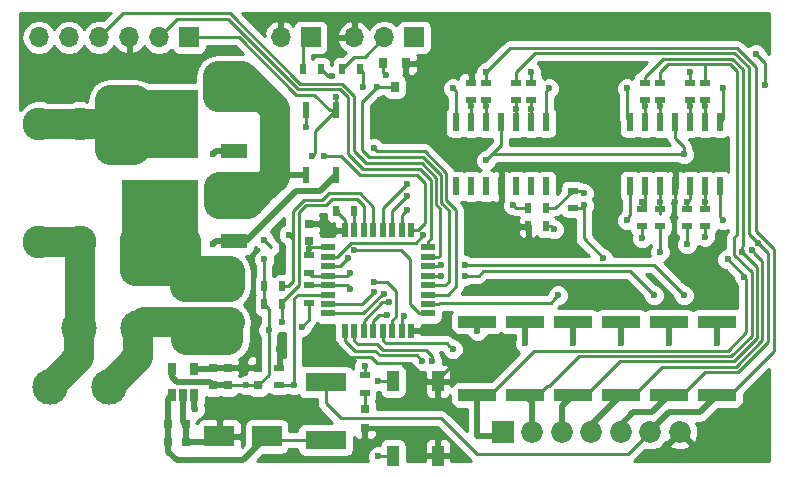
<source format=gbr>
G04 #@! TF.FileFunction,Copper,L1,Top,Signal*
%FSLAX46Y46*%
G04 Gerber Fmt 4.6, Leading zero omitted, Abs format (unit mm)*
G04 Created by KiCad (PCBNEW 4.0.7) date 05/04/18 22:28:11*
%MOMM*%
%LPD*%
G01*
G04 APERTURE LIST*
%ADD10C,0.100000*%
%ADD11R,0.800000X0.750000*%
%ADD12R,0.750000X0.800000*%
%ADD13R,2.500000X1.800000*%
%ADD14R,0.800000X0.800000*%
%ADD15R,0.800000X0.900000*%
%ADD16R,3.500000X1.600000*%
%ADD17C,2.780000*%
%ADD18R,1.850000X1.850000*%
%ADD19C,1.850000*%
%ADD20C,3.000000*%
%ADD21R,1.700000X1.700000*%
%ADD22O,1.700000X1.700000*%
%ADD23R,2.200000X1.200000*%
%ADD24R,6.400000X5.800000*%
%ADD25R,3.050000X2.750000*%
%ADD26R,3.200000X1.000000*%
%ADD27R,0.900000X0.500000*%
%ADD28R,0.500000X0.900000*%
%ADD29R,1.700000X0.900000*%
%ADD30R,1.000000X1.700000*%
%ADD31R,0.600000X1.500000*%
%ADD32R,0.650000X1.060000*%
%ADD33R,0.550000X1.450000*%
%ADD34R,1.200000X0.600000*%
%ADD35R,0.600000X1.200000*%
%ADD36C,0.600000*%
%ADD37C,0.250000*%
%ADD38C,0.500000*%
%ADD39C,2.540000*%
%ADD40C,0.254000*%
G04 APERTURE END LIST*
D10*
D11*
X55130000Y-75184000D03*
X56630000Y-75184000D03*
X56630000Y-73660000D03*
X55130000Y-73660000D03*
D12*
X58928000Y-68846000D03*
X58928000Y-70346000D03*
X60198000Y-70346000D03*
X60198000Y-68846000D03*
X67056000Y-56654000D03*
X67056000Y-58154000D03*
X62738000Y-70346000D03*
X62738000Y-68846000D03*
D13*
X63468000Y-74676000D03*
X59468000Y-74676000D03*
D14*
X71755000Y-72352000D03*
X71755000Y-73952000D03*
D15*
X75245000Y-43069000D03*
X73345000Y-43069000D03*
X74295000Y-45069000D03*
D16*
X68453000Y-74957000D03*
X68453000Y-70077000D03*
D17*
X47625000Y-48260000D03*
X44225000Y-48260000D03*
X47625000Y-58180000D03*
X44225000Y-58180000D03*
D18*
X83439000Y-74295000D03*
D19*
X85939000Y-74295000D03*
X88439000Y-74295000D03*
X90939000Y-74295000D03*
X93439000Y-74295000D03*
X95939000Y-74295000D03*
X98439000Y-74295000D03*
D20*
X52584360Y-65483740D03*
X50085000Y-70485000D03*
X45085000Y-70485000D03*
X47584360Y-65483740D03*
D21*
X67183000Y-40894000D03*
D22*
X64643000Y-40894000D03*
D21*
X56896000Y-40894000D03*
D22*
X54356000Y-40894000D03*
X51816000Y-40894000D03*
X49276000Y-40894000D03*
X46736000Y-40894000D03*
X44196000Y-40894000D03*
D21*
X75946000Y-40894000D03*
D22*
X73406000Y-40894000D03*
X70866000Y-40894000D03*
D23*
X60715000Y-50540000D03*
X60715000Y-45980000D03*
D24*
X54415000Y-48260000D03*
D25*
X52740000Y-46735000D03*
X56090000Y-49785000D03*
X52740000Y-49785000D03*
X56090000Y-46735000D03*
D23*
X60715000Y-58160000D03*
X60715000Y-53600000D03*
D24*
X54415000Y-55880000D03*
D25*
X52740000Y-54355000D03*
X56090000Y-57405000D03*
X52740000Y-57405000D03*
X56090000Y-54355000D03*
D26*
X81280000Y-71172000D03*
X81280000Y-64972000D03*
X85344000Y-71172000D03*
X85344000Y-64972000D03*
X89408000Y-71172000D03*
X89408000Y-64972000D03*
X93472000Y-71172000D03*
X93472000Y-64972000D03*
X97536000Y-71172000D03*
X97536000Y-64972000D03*
X101600000Y-71172000D03*
X101600000Y-64972000D03*
D27*
X99314000Y-46216000D03*
X99314000Y-44716000D03*
X100584000Y-46216000D03*
X100584000Y-44716000D03*
X96774000Y-46216000D03*
X96774000Y-44716000D03*
X95504000Y-46216000D03*
X95504000Y-44716000D03*
X96774000Y-55384000D03*
X96774000Y-56884000D03*
X95250000Y-55384000D03*
X95250000Y-56884000D03*
X99060000Y-55384000D03*
X99060000Y-56884000D03*
X100584000Y-55384000D03*
X100584000Y-56884000D03*
X84582000Y-46216000D03*
X84582000Y-44716000D03*
X85852000Y-46216000D03*
X85852000Y-44716000D03*
X82042000Y-46216000D03*
X82042000Y-44716000D03*
X80772000Y-46216000D03*
X80772000Y-44716000D03*
D28*
X85610000Y-56896000D03*
X87110000Y-56896000D03*
D27*
X89408000Y-55360000D03*
X89408000Y-53860000D03*
D28*
X87110000Y-55372000D03*
X85610000Y-55372000D03*
D27*
X71755000Y-69481000D03*
X71755000Y-70981000D03*
X67056000Y-63361000D03*
X67056000Y-61861000D03*
X67056000Y-59321000D03*
X67056000Y-60821000D03*
D28*
X70854000Y-55626000D03*
X69354000Y-55626000D03*
X64758000Y-61976000D03*
X63258000Y-61976000D03*
X64758000Y-63500000D03*
X63258000Y-63500000D03*
D29*
X58420000Y-64950000D03*
X58420000Y-62050000D03*
X60325000Y-64950000D03*
X60325000Y-62050000D03*
X56515000Y-64950000D03*
X56515000Y-62050000D03*
D28*
X66560000Y-43561000D03*
X68060000Y-43561000D03*
X69862000Y-43561000D03*
X71362000Y-43561000D03*
D27*
X64516000Y-70346000D03*
X64516000Y-68846000D03*
D30*
X74173000Y-76302000D03*
X74173000Y-70002000D03*
X77973000Y-76302000D03*
X77973000Y-70002000D03*
D31*
X101854000Y-48100000D03*
X100584000Y-48100000D03*
X99314000Y-48100000D03*
X98044000Y-48100000D03*
X96774000Y-48100000D03*
X95504000Y-48100000D03*
X94234000Y-48100000D03*
X94234000Y-53500000D03*
X95504000Y-53500000D03*
X96774000Y-53500000D03*
X98044000Y-53500000D03*
X99314000Y-53500000D03*
X100584000Y-53500000D03*
X101854000Y-53500000D03*
X87122000Y-48100000D03*
X85852000Y-48100000D03*
X84582000Y-48100000D03*
X83312000Y-48100000D03*
X82042000Y-48100000D03*
X80772000Y-48100000D03*
X79502000Y-48100000D03*
X79502000Y-53500000D03*
X80772000Y-53500000D03*
X82042000Y-53500000D03*
X83312000Y-53500000D03*
X84582000Y-53500000D03*
X85852000Y-53500000D03*
X87122000Y-53500000D03*
D32*
X55438000Y-71204000D03*
X56388000Y-71204000D03*
X57338000Y-71204000D03*
X57338000Y-69004000D03*
X55438000Y-69004000D03*
D33*
X69342000Y-47034000D03*
X66802000Y-47034000D03*
X66802000Y-52534000D03*
X69342000Y-52534000D03*
D34*
X68648000Y-58668000D03*
X68648000Y-59468000D03*
X68648000Y-60268000D03*
X68648000Y-61068000D03*
X68648000Y-61868000D03*
X68648000Y-62668000D03*
X68648000Y-63468000D03*
X68648000Y-64268000D03*
D35*
X70098000Y-65718000D03*
X70898000Y-65718000D03*
X71698000Y-65718000D03*
X72498000Y-65718000D03*
X73298000Y-65718000D03*
X74098000Y-65718000D03*
X74898000Y-65718000D03*
X75698000Y-65718000D03*
D34*
X77148000Y-64268000D03*
X77148000Y-63468000D03*
X77148000Y-62668000D03*
X77148000Y-61868000D03*
X77148000Y-61068000D03*
X77148000Y-60268000D03*
X77148000Y-59468000D03*
X77148000Y-58668000D03*
D35*
X75698000Y-57218000D03*
X74898000Y-57218000D03*
X74098000Y-57218000D03*
X73298000Y-57218000D03*
X72498000Y-57218000D03*
X71698000Y-57218000D03*
X70898000Y-57218000D03*
X70098000Y-57218000D03*
D36*
X99314000Y-46736000D03*
X90678000Y-48768000D03*
X68580000Y-67056000D03*
X98806000Y-61468000D03*
X64516000Y-67310000D03*
X61341000Y-68834000D03*
X77978000Y-74930000D03*
X77978000Y-71628000D03*
X80518000Y-67310000D03*
X80772000Y-43942000D03*
X98044000Y-54864000D03*
X57531000Y-75184000D03*
X68326000Y-56642000D03*
X64770000Y-59690000D03*
X100584000Y-46736000D03*
X96774000Y-46736000D03*
X95504000Y-46736000D03*
X96774000Y-54864000D03*
X95250000Y-54864000D03*
X99060000Y-54864000D03*
X100584000Y-54864000D03*
X84582000Y-46990000D03*
X85852000Y-46990000D03*
X82042000Y-46736000D03*
X80772000Y-46736000D03*
X82042000Y-51308000D03*
X98806000Y-50800000D03*
X73660000Y-64389000D03*
X73817603Y-63297005D03*
X77470000Y-68326000D03*
X76640021Y-68326000D03*
X73406000Y-62611000D03*
X105664000Y-44958000D03*
X104902000Y-42291000D03*
X72517000Y-62484000D03*
X57404000Y-72390000D03*
X55118000Y-72390000D03*
X63258000Y-59690000D03*
X67310000Y-50927000D03*
X67056000Y-58801000D03*
X70866000Y-58928000D03*
X66421000Y-65405000D03*
X63627000Y-65659000D03*
X73533000Y-44069000D03*
X69342000Y-45974000D03*
X61722000Y-70358000D03*
X63246000Y-58039000D03*
X70485000Y-62230000D03*
X70485000Y-60833000D03*
X102489000Y-59690000D03*
X91948000Y-59563000D03*
X103898341Y-61146021D03*
X99314000Y-43815000D03*
X90297000Y-55118000D03*
X90297000Y-54102000D03*
X72771000Y-45085000D03*
X72517000Y-50292000D03*
X71628000Y-45085000D03*
X68961000Y-44196000D03*
X72516984Y-61595000D03*
X50165000Y-49403000D03*
X50165000Y-47244000D03*
X50165000Y-48260000D03*
X50165000Y-50419000D03*
X50165000Y-46228000D03*
X96774000Y-59045010D03*
X103698118Y-59045010D03*
X104521000Y-58928000D03*
X99060000Y-58420000D03*
X95250000Y-57912000D03*
X100584000Y-57785000D03*
X105029000Y-58293000D03*
X59436000Y-66548000D03*
X60198000Y-66548000D03*
X57531000Y-66548000D03*
X56642000Y-66548000D03*
X58547000Y-66548000D03*
X76708000Y-57658000D03*
X87757000Y-57150000D03*
X84328000Y-55118000D03*
X58928000Y-58420000D03*
X58928000Y-50800000D03*
X61468000Y-54991000D03*
X60452000Y-54991000D03*
X62103000Y-44958000D03*
X62738000Y-45593000D03*
X61341000Y-44196000D03*
X60452000Y-44196000D03*
X59436000Y-44196000D03*
X62357000Y-54356000D03*
X63240000Y-53600000D03*
X59436000Y-54991000D03*
X59309000Y-45974000D03*
X59436000Y-53594000D03*
X52324000Y-60706000D03*
X60325000Y-60706000D03*
X58420000Y-60706000D03*
X56642000Y-60706000D03*
X54415000Y-60706000D03*
X98806000Y-62738000D03*
X80264000Y-60198000D03*
X78232000Y-60198000D03*
X96266000Y-62738000D03*
X80264000Y-61087000D03*
X78232000Y-61087000D03*
X75311000Y-53340000D03*
X75311000Y-54356000D03*
X88138000Y-62738000D03*
X79248000Y-67310000D03*
X81306592Y-65754306D03*
X85344000Y-66802000D03*
X89408000Y-66802000D03*
X93472000Y-66802000D03*
X97536000Y-66802000D03*
X101600000Y-66802000D03*
X102108000Y-45212000D03*
X93980000Y-45212000D03*
X93980000Y-56388000D03*
X102108000Y-56388000D03*
X87376000Y-45212000D03*
X79248000Y-45212000D03*
X66802000Y-48514000D03*
X68326000Y-50927000D03*
X71755000Y-68707000D03*
X75311000Y-55499000D03*
X65341500Y-57594500D03*
X64770000Y-65024000D03*
X65786000Y-70358000D03*
X75112999Y-64446921D03*
X72898000Y-76327000D03*
X72898000Y-69977000D03*
X70358000Y-59563000D03*
X85852000Y-43816032D03*
X82042000Y-43816032D03*
D37*
X99314000Y-48100000D02*
X99314000Y-46736000D01*
X99314000Y-46216000D02*
X99314000Y-48100000D01*
X68879999Y-67355999D02*
X68580000Y-67056000D01*
X75565000Y-68453000D02*
X72771000Y-68453000D01*
X77114000Y-70002000D02*
X75565000Y-68453000D01*
X77973000Y-70002000D02*
X77114000Y-70002000D01*
X72771000Y-68453000D02*
X72263000Y-67945000D01*
X69469000Y-67945000D02*
X68879999Y-67355999D01*
X72263000Y-67945000D02*
X69469000Y-67945000D01*
X98044000Y-54864000D02*
X98044000Y-60706000D01*
X98044000Y-60706000D02*
X98806000Y-61468000D01*
X64516000Y-68846000D02*
X64516000Y-67310000D01*
X77973000Y-70002000D02*
X77978000Y-70007000D01*
X77978000Y-70007000D02*
X77978000Y-71628000D01*
X77978000Y-74930000D02*
X77978000Y-76297000D01*
X77978000Y-76297000D02*
X77973000Y-76302000D01*
X77973000Y-69855000D02*
X80518000Y-67310000D01*
X79180000Y-65718000D02*
X80518000Y-67056000D01*
X80518000Y-67056000D02*
X80518000Y-67310000D01*
X79180000Y-65718000D02*
X75698000Y-65718000D01*
X77973000Y-69855000D02*
X77973000Y-70002000D01*
X80772000Y-43815000D02*
X80772000Y-43942000D01*
X80772000Y-44716000D02*
X80772000Y-43815000D01*
X98044000Y-54864000D02*
X98044000Y-53500000D01*
X59468000Y-74676000D02*
X58960000Y-75184000D01*
X58960000Y-75184000D02*
X57531000Y-75184000D01*
X68326000Y-56642000D02*
X68961000Y-57277000D01*
X68961000Y-57277000D02*
X70039000Y-57277000D01*
X70039000Y-57277000D02*
X70098000Y-57218000D01*
X67056000Y-56654000D02*
X68314000Y-56654000D01*
X68314000Y-56654000D02*
X68326000Y-56642000D01*
X69354000Y-55626000D02*
X70098000Y-56370000D01*
X70098000Y-56370000D02*
X70098000Y-57218000D01*
D38*
X56630000Y-75184000D02*
X58960000Y-75184000D01*
X57338000Y-69004000D02*
X58770000Y-69004000D01*
X58770000Y-69004000D02*
X58928000Y-68846000D01*
X56388000Y-71204000D02*
X56388000Y-73418000D01*
X56388000Y-73418000D02*
X56630000Y-73660000D01*
D37*
X100584000Y-46216000D02*
X100584000Y-46736000D01*
X100584000Y-46216000D02*
X100584000Y-48100000D01*
X96774000Y-46216000D02*
X96774000Y-46736000D01*
X96774000Y-48100000D02*
X96774000Y-46736000D01*
X95504000Y-46216000D02*
X95504000Y-46736000D01*
X95504000Y-48100000D02*
X95504000Y-46736000D01*
X96774000Y-53500000D02*
X96774000Y-55880000D01*
X96774000Y-55880000D02*
X96774000Y-54864000D01*
X96774000Y-53500000D02*
X96774000Y-55384000D01*
X95250000Y-54864000D02*
X95250000Y-55384000D01*
X95504000Y-53500000D02*
X95504000Y-55130000D01*
X95504000Y-55130000D02*
X95250000Y-55384000D01*
X95504000Y-55130000D02*
X95250000Y-55384000D01*
X99060000Y-54864000D02*
X99060000Y-55384000D01*
X99314000Y-53500000D02*
X99314000Y-54610000D01*
X99314000Y-54610000D02*
X99060000Y-54864000D01*
X99314000Y-54610000D02*
X99060000Y-54864000D01*
X100584000Y-55384000D02*
X100584000Y-54864000D01*
X100584000Y-53500000D02*
X100584000Y-54864000D01*
X84582000Y-46990000D02*
X84582000Y-48100000D01*
X84582000Y-48100000D02*
X84582000Y-46216000D01*
X85852000Y-48100000D02*
X85852000Y-46990000D01*
X85852000Y-46990000D02*
X85852000Y-46216000D01*
X82042000Y-46216000D02*
X82042000Y-48100000D01*
X82042000Y-48100000D02*
X82042000Y-46736000D01*
X82042000Y-46736000D02*
X82042000Y-46216000D01*
X80772000Y-48100000D02*
X80772000Y-46736000D01*
X80772000Y-46736000D02*
X80772000Y-46216000D01*
X98806000Y-50800000D02*
X82550000Y-50800000D01*
X82550000Y-50800000D02*
X82042000Y-51308000D01*
X83312000Y-48100000D02*
X83312000Y-50038000D01*
X83312000Y-50038000D02*
X82042000Y-51308000D01*
X98044000Y-48100000D02*
X98044000Y-49403000D01*
X98806000Y-50165000D02*
X98806000Y-50800000D01*
X98044000Y-49403000D02*
X98806000Y-50165000D01*
X72977000Y-64389000D02*
X73235736Y-64389000D01*
X72498000Y-65718000D02*
X72498000Y-64868000D01*
X72498000Y-64868000D02*
X72977000Y-64389000D01*
X73235736Y-64389000D02*
X73660000Y-64389000D01*
X73268995Y-63297005D02*
X73393339Y-63297005D01*
X71698000Y-64868000D02*
X73268995Y-63297005D01*
X73393339Y-63297005D02*
X73817603Y-63297005D01*
X71698000Y-65718000D02*
X71698000Y-64868000D01*
X71189500Y-66859500D02*
X72828500Y-66859500D01*
X72828500Y-66859500D02*
X73336989Y-67367989D01*
X73336989Y-67367989D02*
X76936253Y-67367989D01*
X76936253Y-67367989D02*
X77470000Y-67901736D01*
X70898000Y-66568000D02*
X71189500Y-66859500D01*
X70898000Y-65718000D02*
X70898000Y-66568000D01*
X77470000Y-67901736D02*
X77470000Y-68326000D01*
X70980000Y-67450000D02*
X72657000Y-67450000D01*
X72657000Y-67450000D02*
X73025000Y-67818000D01*
X73025000Y-67818000D02*
X76200000Y-67818000D01*
X76640021Y-68258021D02*
X76640021Y-68326000D01*
X70098000Y-65718000D02*
X70098000Y-66568000D01*
X70098000Y-66568000D02*
X70980000Y-67450000D01*
X76200000Y-67818000D02*
X76640021Y-68258021D01*
X73279000Y-62611000D02*
X73406000Y-62611000D01*
X68648000Y-64268000D02*
X71622000Y-64268000D01*
X71622000Y-64268000D02*
X73279000Y-62611000D01*
X105664000Y-44958000D02*
X105664000Y-43307000D01*
X104902000Y-42291000D02*
X105664000Y-43053000D01*
X105664000Y-43053000D02*
X105664000Y-43307000D01*
X71528127Y-63472873D02*
X70099479Y-63472873D01*
X72517000Y-62484000D02*
X71528127Y-63472873D01*
X68648000Y-63468000D02*
X70094606Y-63468000D01*
X70094606Y-63468000D02*
X70099479Y-63472873D01*
X63468000Y-74676000D02*
X63749000Y-74957000D01*
X63749000Y-74957000D02*
X68453000Y-74957000D01*
X55130000Y-73660000D02*
X55130000Y-72402000D01*
X55130000Y-72402000D02*
X55118000Y-72390000D01*
X55130000Y-75184000D02*
X55130000Y-73660000D01*
D38*
X57338000Y-71204000D02*
X57338000Y-72324000D01*
X57338000Y-72324000D02*
X57404000Y-72390000D01*
X55118000Y-72390000D02*
X55130000Y-72390000D01*
X55438000Y-71204000D02*
X55130000Y-71512000D01*
X55130000Y-71512000D02*
X55130000Y-72390000D01*
X55130000Y-72390000D02*
X55130000Y-73152000D01*
X55880000Y-76708000D02*
X55130000Y-75958000D01*
X61436000Y-76708000D02*
X55880000Y-76708000D01*
X63468000Y-74676000D02*
X61436000Y-76708000D01*
X55130000Y-75958000D02*
X55130000Y-74676000D01*
X55130000Y-74676000D02*
X55130000Y-73152000D01*
D37*
X77148000Y-64268000D02*
X77148000Y-64262000D01*
X77148000Y-64262000D02*
X76327000Y-64262000D01*
X76327000Y-64262000D02*
X75565000Y-63500000D01*
X75565000Y-63500000D02*
X75565000Y-59690000D01*
X75565000Y-59690000D02*
X74803000Y-58928000D01*
X74803000Y-58928000D02*
X70866000Y-58928000D01*
X63258000Y-59690000D02*
X63258000Y-61976000D01*
X69342000Y-47034000D02*
X67564000Y-48812000D01*
X67564000Y-50673000D02*
X67310000Y-50927000D01*
X67564000Y-48812000D02*
X67564000Y-50673000D01*
X67056000Y-58801000D02*
X67062000Y-58801000D01*
X67062000Y-58801000D02*
X67056000Y-58801000D01*
X67056000Y-58801000D02*
X67062000Y-58801000D01*
X67056000Y-63361000D02*
X67056000Y-64770000D01*
X67056000Y-64770000D02*
X66421000Y-65405000D01*
X73345000Y-43881000D02*
X73345000Y-43069000D01*
X73533000Y-44069000D02*
X73345000Y-43881000D01*
X69342000Y-47034000D02*
X69342000Y-45974000D01*
X61084180Y-40894000D02*
X65921200Y-45731022D01*
X65921200Y-45731022D02*
X67514022Y-45731022D01*
X67514022Y-45731022D02*
X68817000Y-47034000D01*
X56896000Y-40894000D02*
X61084180Y-40894000D01*
X68817000Y-47034000D02*
X69342000Y-47034000D01*
X67062000Y-58668000D02*
X67062000Y-58801000D01*
X67062000Y-58801000D02*
X67062000Y-59315000D01*
X67062000Y-59315000D02*
X67056000Y-59321000D01*
X68648000Y-58668000D02*
X67062000Y-58668000D01*
X67056000Y-58662000D02*
X67056000Y-58154000D01*
X67062000Y-58668000D02*
X67056000Y-58662000D01*
X63258000Y-63500000D02*
X63627000Y-63869000D01*
X63627000Y-69457000D02*
X62738000Y-70346000D01*
X63627000Y-63869000D02*
X63627000Y-65659000D01*
X63627000Y-65659000D02*
X63627000Y-69457000D01*
X61722000Y-70219000D02*
X61849000Y-70346000D01*
X61226000Y-70358000D02*
X61297736Y-70358000D01*
X61214000Y-70346000D02*
X61226000Y-70358000D01*
X61297736Y-70358000D02*
X61722000Y-70358000D01*
X63258000Y-61976000D02*
X63258000Y-63500000D01*
X63875000Y-58668000D02*
X63246000Y-58039000D01*
X61214000Y-70346000D02*
X61214000Y-70358000D01*
X61214000Y-70358000D02*
X61214000Y-70346000D01*
X62992000Y-70346000D02*
X61849000Y-70346000D01*
X61849000Y-70346000D02*
X61214000Y-70346000D01*
X61214000Y-70346000D02*
X60198000Y-70346000D01*
D38*
X58928000Y-70346000D02*
X60198000Y-70346000D01*
X55438000Y-69004000D02*
X55438000Y-69662000D01*
X55880000Y-70104000D02*
X58686000Y-70104000D01*
X55438000Y-69662000D02*
X55880000Y-70104000D01*
X58686000Y-70104000D02*
X58928000Y-70346000D01*
D37*
X67056000Y-61861000D02*
X68641000Y-61861000D01*
X68641000Y-61861000D02*
X68648000Y-61868000D01*
X70612000Y-62230000D02*
X70485000Y-62230000D01*
X70250000Y-61868000D02*
X70612000Y-62230000D01*
X68648000Y-61868000D02*
X70250000Y-61868000D01*
X68648000Y-61068000D02*
X67303000Y-61068000D01*
X67303000Y-61068000D02*
X67056000Y-60821000D01*
X68648000Y-61068000D02*
X70250000Y-61068000D01*
X70250000Y-61068000D02*
X70485000Y-60833000D01*
X103898341Y-61099341D02*
X102489000Y-59690000D01*
X103898341Y-61146021D02*
X103898341Y-61099341D01*
X90297000Y-57912000D02*
X90297000Y-55118000D01*
X91948000Y-59563000D02*
X90297000Y-57912000D01*
X103898341Y-61146021D02*
X104070998Y-61318678D01*
X104070998Y-65855011D02*
X104070998Y-65855002D01*
X104070998Y-61318678D02*
X104070998Y-65855011D01*
X103898341Y-61146021D02*
X103906573Y-61146021D01*
X102498998Y-67427002D02*
X104070998Y-65855002D01*
X82380000Y-71172000D02*
X86124998Y-67427002D01*
X86124998Y-67427002D02*
X102498998Y-67427002D01*
X104070998Y-65855002D02*
X104070989Y-65855011D01*
X81280000Y-71172000D02*
X82380000Y-71172000D01*
X99314000Y-44716000D02*
X99314000Y-43815000D01*
X90055000Y-55360000D02*
X89408000Y-55360000D01*
X90297000Y-55118000D02*
X90055000Y-55360000D01*
D38*
X81280000Y-71172000D02*
X81280000Y-74676000D01*
X81280000Y-74676000D02*
X83058000Y-74676000D01*
X83058000Y-74676000D02*
X83439000Y-74295000D01*
D37*
X87110000Y-55372000D02*
X87896000Y-55372000D01*
X87896000Y-55372000D02*
X89408000Y-53860000D01*
X90055000Y-53860000D02*
X89408000Y-53860000D01*
X90297000Y-54102000D02*
X90055000Y-53860000D01*
X71755000Y-72352000D02*
X71755000Y-70981000D01*
X72263000Y-51054000D02*
X72136000Y-51054000D01*
X76710822Y-51054000D02*
X72263000Y-51054000D01*
X78243022Y-52586200D02*
X76710822Y-51054000D01*
X78243022Y-54873612D02*
X78243022Y-52586200D01*
X78867000Y-55497590D02*
X78243022Y-54873612D01*
X78867000Y-61595000D02*
X78867000Y-55497590D01*
X78594000Y-61868000D02*
X78867000Y-61595000D01*
X77148000Y-61868000D02*
X78594000Y-61868000D01*
X71501000Y-46355000D02*
X72771000Y-45085000D01*
X71501000Y-50419000D02*
X71501000Y-46355000D01*
X72136000Y-51054000D02*
X71501000Y-50419000D01*
X72771000Y-45085000D02*
X74279000Y-45085000D01*
X74279000Y-45085000D02*
X74295000Y-45069000D01*
X72771000Y-50546000D02*
X73195264Y-50546000D01*
X72517000Y-50292000D02*
X72771000Y-50546000D01*
X71628000Y-45085000D02*
X71628000Y-43827000D01*
X71628000Y-43827000D02*
X71362000Y-43561000D01*
X77148000Y-62668000D02*
X78810000Y-62668000D01*
X78693033Y-52399800D02*
X76839233Y-50546000D01*
X78693033Y-54687211D02*
X78693033Y-52399800D01*
X79502000Y-55496178D02*
X78693033Y-54687211D01*
X79502000Y-61976000D02*
X79502000Y-55496178D01*
X78810000Y-62668000D02*
X79502000Y-61976000D01*
X76839233Y-50546000D02*
X73195264Y-50546000D01*
X68060000Y-43561000D02*
X68695000Y-44196000D01*
X68695000Y-44196000D02*
X68961000Y-44196000D01*
X74098000Y-64868000D02*
X74442605Y-64523395D01*
X72941248Y-61595000D02*
X72516984Y-61595000D01*
X74098000Y-65718000D02*
X74098000Y-64868000D01*
X74442605Y-64523395D02*
X74442605Y-62377605D01*
X73660000Y-61595000D02*
X72941248Y-61595000D01*
X74442605Y-62377605D02*
X73660000Y-61595000D01*
D39*
X50165000Y-48260000D02*
X50165000Y-49403000D01*
X50165000Y-49403000D02*
X50165000Y-47244000D01*
X54415000Y-48260000D02*
X50165000Y-48260000D01*
X54415000Y-48260000D02*
X52256000Y-50419000D01*
X52256000Y-50419000D02*
X50165000Y-50419000D01*
X54415000Y-48260000D02*
X52383000Y-46228000D01*
X52383000Y-46228000D02*
X50165000Y-46228000D01*
X50165000Y-48260000D02*
X50165000Y-50419000D01*
X50165000Y-48260000D02*
X50165000Y-46228000D01*
X47625000Y-48260000D02*
X50165000Y-48260000D01*
X50165000Y-48260000D02*
X54415000Y-48260000D01*
X44225000Y-48260000D02*
X47625000Y-48260000D01*
X44225000Y-58180000D02*
X47625000Y-58180000D01*
X47584360Y-65483740D02*
X47584360Y-67985640D01*
X47584360Y-67985640D02*
X45085000Y-70485000D01*
X47625000Y-58180000D02*
X47625000Y-65443100D01*
X47625000Y-65443100D02*
X47584360Y-65483740D01*
D37*
X87349415Y-70422000D02*
X89894402Y-67877013D01*
X87194000Y-70422000D02*
X87349415Y-70422000D01*
X103308989Y-57600011D02*
X103308989Y-43750219D01*
X104521000Y-66167000D02*
X104521000Y-61443047D01*
X102810987Y-67877013D02*
X104521000Y-66167000D01*
X104521000Y-61443047D02*
X104523342Y-61440705D01*
X85344000Y-71172000D02*
X86444000Y-71172000D01*
X89894402Y-67877013D02*
X102810987Y-67877013D01*
X104523342Y-61440705D02*
X104523342Y-60795236D01*
X104523342Y-60795236D02*
X103073117Y-59345011D01*
X103073117Y-59345011D02*
X103073117Y-57835883D01*
X103073117Y-57835883D02*
X103308989Y-57600011D01*
X86444000Y-71172000D02*
X87194000Y-70422000D01*
X103308989Y-43750219D02*
X102738770Y-43180000D01*
X102738770Y-43180000D02*
X100584000Y-43180000D01*
X100584000Y-43180000D02*
X97409000Y-43180000D01*
X96774000Y-43815000D02*
X96774000Y-44716000D01*
X97409000Y-43180000D02*
X96774000Y-43815000D01*
X100584000Y-44716000D02*
X100584000Y-43180000D01*
D38*
X85939000Y-74295000D02*
X85939000Y-71767000D01*
X85939000Y-71767000D02*
X85344000Y-71172000D01*
D37*
X102997387Y-68327024D02*
X104971011Y-66353400D01*
X104973353Y-60320245D02*
X103998117Y-59345009D01*
X90508000Y-71172000D02*
X93352976Y-68327024D01*
X93352976Y-68327024D02*
X102997387Y-68327024D01*
X104971011Y-61629447D02*
X104973353Y-61627105D01*
X103998117Y-59345009D02*
X103698118Y-59045010D01*
X104971011Y-66353400D02*
X104971011Y-61629447D01*
X104973353Y-61627105D02*
X104973353Y-60320245D01*
X89408000Y-71172000D02*
X90508000Y-71172000D01*
X95504000Y-44216000D02*
X97036978Y-42683022D01*
X103759008Y-43563828D02*
X103759008Y-58559856D01*
X102878202Y-42683022D02*
X103759008Y-43563828D01*
X103759008Y-58559856D02*
X103698118Y-58620746D01*
X97036978Y-42683022D02*
X102878202Y-42683022D01*
X103698118Y-58620746D02*
X103698118Y-59045010D01*
X95504000Y-44716000D02*
X95504000Y-44216000D01*
X96774000Y-56884000D02*
X96774000Y-59045010D01*
D38*
X88439000Y-74295000D02*
X88439000Y-72141000D01*
X88439000Y-72141000D02*
X89408000Y-71172000D01*
D37*
X105421022Y-61815847D02*
X105423364Y-61813505D01*
X94572000Y-71172000D02*
X96966965Y-68777035D01*
X93472000Y-71172000D02*
X94572000Y-71172000D01*
X105421022Y-66539800D02*
X105421022Y-61815847D01*
X96966965Y-68777035D02*
X103183787Y-68777035D01*
X103183787Y-68777035D02*
X105421022Y-66539800D01*
X105423364Y-61813505D02*
X105423364Y-59830364D01*
X104820999Y-59227999D02*
X104521000Y-58928000D01*
X105423364Y-59830364D02*
X104820999Y-59227999D01*
X99060000Y-56884000D02*
X99060000Y-58420000D01*
X95250000Y-57912000D02*
X95250000Y-56884000D01*
D38*
X90939000Y-74295000D02*
X90939000Y-73705000D01*
X90939000Y-73705000D02*
X93472000Y-71172000D01*
D37*
X105328999Y-58592999D02*
X105029000Y-58293000D01*
X105918000Y-66679220D02*
X105918000Y-59182000D01*
X103370174Y-69227046D02*
X105918000Y-66679220D01*
X100580954Y-69227046D02*
X103370174Y-69227046D01*
X97536000Y-71172000D02*
X98636000Y-71172000D01*
X98636000Y-71172000D02*
X100580954Y-69227046D01*
X105918000Y-59182000D02*
X105328999Y-58592999D01*
X84582000Y-44216000D02*
X84582000Y-44716000D01*
X103064601Y-42233011D02*
X86163989Y-42233011D01*
X84582000Y-43815000D02*
X84582000Y-44216000D01*
X86163989Y-42233011D02*
X84582000Y-43815000D01*
X104267000Y-43435410D02*
X103064601Y-42233011D01*
X104267000Y-57531000D02*
X104267000Y-43435410D01*
X105029000Y-58293000D02*
X104267000Y-57531000D01*
X100584000Y-57785000D02*
X100584000Y-56884000D01*
D38*
X93439000Y-74295000D02*
X93439000Y-73693000D01*
X93439000Y-73693000D02*
X94488000Y-72644000D01*
X94488000Y-72644000D02*
X96064000Y-72644000D01*
X96064000Y-72644000D02*
X97536000Y-71172000D01*
D39*
X60325000Y-64950000D02*
X60198000Y-65077000D01*
X60198000Y-65077000D02*
X60198000Y-66548000D01*
X60198000Y-66548000D02*
X59436000Y-66548000D01*
X59436000Y-66548000D02*
X60198000Y-66548000D01*
X60198000Y-66548000D02*
X60198000Y-65077000D01*
X60198000Y-65077000D02*
X60325000Y-64950000D01*
X56515000Y-64950000D02*
X56642000Y-65077000D01*
X56642000Y-65077000D02*
X56642000Y-66548000D01*
X56642000Y-66548000D02*
X57531000Y-66548000D01*
X57531000Y-66548000D02*
X58547000Y-66548000D01*
X58547000Y-66548000D02*
X59436000Y-66548000D01*
X59436000Y-66548000D02*
X60198000Y-66548000D01*
X60198000Y-66548000D02*
X60198000Y-65077000D01*
X60198000Y-65077000D02*
X60325000Y-64950000D01*
X58420000Y-64950000D02*
X56515000Y-64950000D01*
X60325000Y-64950000D02*
X58420000Y-64950000D01*
X52584360Y-65483740D02*
X53118100Y-64950000D01*
X53118100Y-64950000D02*
X60325000Y-64950000D01*
X50085000Y-70485000D02*
X52584360Y-67985640D01*
X52584360Y-67985640D02*
X52584360Y-65483740D01*
D37*
X67183000Y-40894000D02*
X66560000Y-41517000D01*
X66560000Y-41517000D02*
X66560000Y-43561000D01*
X71628705Y-52070705D02*
X76454705Y-52070705D01*
X77343000Y-52959000D02*
X77343000Y-57923000D01*
X70358000Y-45975410D02*
X70358000Y-50800000D01*
X70358000Y-50800000D02*
X71628705Y-52070705D01*
X66107600Y-45281011D02*
X69663601Y-45281011D01*
X76454705Y-52070705D02*
X77343000Y-52959000D01*
X60196590Y-39370000D02*
X66107600Y-45281011D01*
X54356000Y-40894000D02*
X55880000Y-39370000D01*
X77148000Y-58118000D02*
X77148000Y-58668000D01*
X69663601Y-45281011D02*
X70358000Y-45975410D01*
X77343000Y-57923000D02*
X77148000Y-58118000D01*
X55880000Y-39370000D02*
X60196590Y-39370000D01*
X49276000Y-40894000D02*
X51308000Y-38862000D01*
X69850000Y-44831000D02*
X70866000Y-45847000D01*
X70866000Y-50546000D02*
X71882000Y-51562000D01*
X51308000Y-38862000D02*
X60325000Y-38862000D01*
X71882000Y-51562000D02*
X76582411Y-51562000D01*
X60325000Y-38862000D02*
X66294000Y-44831000D01*
X66294000Y-44831000D02*
X69850000Y-44831000D01*
X78105000Y-59361000D02*
X77998000Y-59468000D01*
X70866000Y-45847000D02*
X70866000Y-50546000D01*
X77793011Y-52772600D02*
X77793011Y-55060011D01*
X76582411Y-51562000D02*
X77793011Y-52772600D01*
X77793011Y-55060011D02*
X78105000Y-55372000D01*
X78105000Y-55372000D02*
X78105000Y-59361000D01*
X77998000Y-59468000D02*
X77148000Y-59468000D01*
X69862000Y-43561000D02*
X70878000Y-42545000D01*
X71755000Y-42545000D02*
X73406000Y-40894000D01*
X70878000Y-42545000D02*
X71755000Y-42545000D01*
X68648000Y-59468000D02*
X69437000Y-59468000D01*
X70612000Y-58293000D02*
X76073000Y-58293000D01*
X69437000Y-59468000D02*
X70612000Y-58293000D01*
X76073000Y-58293000D02*
X76708000Y-57658000D01*
X87110000Y-56896000D02*
X87503000Y-56896000D01*
X87503000Y-56896000D02*
X87757000Y-57150000D01*
X84328000Y-55118000D02*
X84582000Y-55372000D01*
X84582000Y-55372000D02*
X85610000Y-55372000D01*
D38*
X60715000Y-58160000D02*
X61728000Y-58160000D01*
X65976500Y-53911500D02*
X67964500Y-53911500D01*
X61728000Y-58160000D02*
X65976500Y-53911500D01*
X67964500Y-53911500D02*
X69342000Y-52534000D01*
X60715000Y-50540000D02*
X59188000Y-50540000D01*
X59188000Y-58160000D02*
X60715000Y-58160000D01*
X58928000Y-58420000D02*
X59188000Y-58160000D01*
X59188000Y-50540000D02*
X58928000Y-50800000D01*
X66802000Y-52534000D02*
X64135000Y-52534000D01*
X64516000Y-52324000D02*
X64135000Y-52324000D01*
X64345000Y-52324000D02*
X64516000Y-52324000D01*
X64135000Y-52534000D02*
X64345000Y-52324000D01*
D39*
X59436000Y-54991000D02*
X60452000Y-54991000D01*
X62103000Y-44958000D02*
X62103000Y-45980000D01*
X60715000Y-45980000D02*
X62103000Y-45980000D01*
X62103000Y-45980000D02*
X62351000Y-45980000D01*
X62351000Y-45980000D02*
X62738000Y-45593000D01*
X60452000Y-44196000D02*
X59309000Y-44196000D01*
X59309000Y-45974000D02*
X59309000Y-44196000D01*
X59309000Y-44196000D02*
X59309000Y-44323000D01*
X59309000Y-44323000D02*
X59309000Y-44196000D01*
X59436000Y-45847000D02*
X59309000Y-45974000D01*
X60709000Y-45974000D02*
X59309000Y-45974000D01*
X59436000Y-44196000D02*
X59309000Y-44196000D01*
X59309000Y-44196000D02*
X61341000Y-44196000D01*
X61341000Y-44196000D02*
X64135000Y-46990000D01*
X59436000Y-44196000D02*
X59436000Y-45847000D01*
X62357000Y-54356000D02*
X61087000Y-54356000D01*
X61087000Y-53972000D02*
X61087000Y-54356000D01*
X61087000Y-54356000D02*
X61087000Y-54864000D01*
X60325000Y-54991000D02*
X61468000Y-54991000D01*
X61849000Y-54991000D02*
X62738000Y-54102000D01*
X59436000Y-54991000D02*
X60325000Y-54991000D01*
X60325000Y-54991000D02*
X61595000Y-54991000D01*
X61214000Y-54864000D02*
X61087000Y-54991000D01*
X59436000Y-54991000D02*
X61087000Y-54991000D01*
X60715000Y-53600000D02*
X61087000Y-53972000D01*
X61087000Y-53972000D02*
X61087000Y-54991000D01*
X59436000Y-54991000D02*
X59436000Y-53594000D01*
X60715000Y-45980000D02*
X60709000Y-45974000D01*
X59436000Y-53594000D02*
X60709000Y-53594000D01*
X60709000Y-53594000D02*
X60715000Y-53600000D01*
X60715000Y-53600000D02*
X63240000Y-53600000D01*
X63125000Y-45980000D02*
X60715000Y-45980000D01*
X64135000Y-46990000D02*
X63125000Y-45980000D01*
X64135000Y-52705000D02*
X64135000Y-52324000D01*
X64135000Y-52324000D02*
X64135000Y-52705000D01*
X64135000Y-52705000D02*
X64135000Y-46990000D01*
X63240000Y-53600000D02*
X64135000Y-52705000D01*
X58420000Y-62050000D02*
X56515000Y-62050000D01*
X60325000Y-62050000D02*
X58420000Y-62050000D01*
X52324000Y-60706000D02*
X54415000Y-60706000D01*
X54415000Y-60706000D02*
X56642000Y-60706000D01*
X56642000Y-60706000D02*
X58420000Y-60706000D01*
X58420000Y-60706000D02*
X60325000Y-60706000D01*
X60325000Y-60706000D02*
X60325000Y-62050000D01*
X52324000Y-60706000D02*
X55171000Y-60706000D01*
X52324000Y-60706000D02*
X52324000Y-57971000D01*
X52324000Y-57971000D02*
X54415000Y-55880000D01*
X54415000Y-55880000D02*
X56642000Y-58107000D01*
X56642000Y-58107000D02*
X56642000Y-60706000D01*
X54415000Y-55880000D02*
X54415000Y-60706000D01*
X56642000Y-60706000D02*
X55171000Y-60706000D01*
X55171000Y-60706000D02*
X54415000Y-59950000D01*
X58420000Y-60706000D02*
X60325000Y-60706000D01*
X56642000Y-60706000D02*
X58420000Y-60706000D01*
X54415000Y-59950000D02*
X54415000Y-55880000D01*
D37*
X98806000Y-62738000D02*
X96266000Y-60198000D01*
X80264000Y-60198000D02*
X81407000Y-60198000D01*
X81831264Y-60198000D02*
X81407000Y-60198000D01*
X96266000Y-60198000D02*
X81831264Y-60198000D01*
X78162000Y-60268000D02*
X78232000Y-60198000D01*
X77148000Y-60268000D02*
X78162000Y-60268000D01*
X78232000Y-60211000D02*
X78232000Y-60198000D01*
X78289000Y-60268000D02*
X78232000Y-60211000D01*
X81407000Y-61087000D02*
X81788000Y-60706000D01*
X81788000Y-60706000D02*
X94234000Y-60706000D01*
X94234000Y-60706000D02*
X96139000Y-62611000D01*
X96139000Y-62611000D02*
X96266000Y-62738000D01*
X80264000Y-61087000D02*
X81407000Y-61087000D01*
X78213000Y-61068000D02*
X77148000Y-61068000D01*
X78213000Y-61068000D02*
X78232000Y-61087000D01*
X75011001Y-53639999D02*
X75311000Y-53340000D01*
X73298000Y-55353000D02*
X75011001Y-53639999D01*
X73298000Y-57218000D02*
X73298000Y-55353000D01*
X74098000Y-55569000D02*
X75011001Y-54655999D01*
X74098000Y-57218000D02*
X74098000Y-55569000D01*
X75011001Y-54655999D02*
X75311000Y-54356000D01*
X77148000Y-63468000D02*
X77998000Y-63468000D01*
X82595989Y-63346971D02*
X82596004Y-63346986D01*
X78119029Y-63346971D02*
X82595989Y-63346971D01*
X87529014Y-63346986D02*
X87838001Y-63037999D01*
X82596004Y-63346986D02*
X87529014Y-63346986D01*
X77998000Y-63468000D02*
X78119029Y-63346971D01*
X87838001Y-63037999D02*
X88138000Y-62738000D01*
X73532000Y-66802000D02*
X78740000Y-66802000D01*
X73298000Y-66568000D02*
X73532000Y-66802000D01*
X73298000Y-65718000D02*
X73298000Y-66568000D01*
X78740000Y-66802000D02*
X78948001Y-67010001D01*
X78948001Y-67010001D02*
X79248000Y-67310000D01*
D38*
X81306592Y-64998592D02*
X81306592Y-65330042D01*
X81280000Y-64972000D02*
X81306592Y-64998592D01*
X81306592Y-65330042D02*
X81306592Y-65754306D01*
X85344000Y-64972000D02*
X85344000Y-66802000D01*
X89408000Y-64972000D02*
X89408000Y-66802000D01*
X93472000Y-64972000D02*
X93472000Y-66802000D01*
X97536000Y-64972000D02*
X97536000Y-66802000D01*
X101600000Y-64972000D02*
X101600000Y-66802000D01*
D37*
X101854000Y-48100000D02*
X102108000Y-47846000D01*
X102108000Y-47846000D02*
X102108000Y-45212000D01*
X94234000Y-48100000D02*
X93980000Y-47846000D01*
X93980000Y-47846000D02*
X93980000Y-45212000D01*
X94234000Y-53500000D02*
X94234000Y-55880000D01*
X94234000Y-55880000D02*
X93980000Y-56388000D01*
X101854000Y-53500000D02*
X101854000Y-56134000D01*
X101854000Y-56134000D02*
X102108000Y-56388000D01*
X87122000Y-48100000D02*
X87122000Y-45466000D01*
X87122000Y-45466000D02*
X87376000Y-45212000D01*
X79502000Y-48100000D02*
X79502000Y-45466000D01*
X79502000Y-45466000D02*
X79248000Y-45212000D01*
X66802000Y-47034000D02*
X66802000Y-48514000D01*
X75698000Y-57218000D02*
X76259000Y-57218000D01*
X76259000Y-57218000D02*
X76835000Y-56642000D01*
X76200000Y-52578000D02*
X71374000Y-52578000D01*
X76835000Y-56642000D02*
X76835000Y-53213000D01*
X76835000Y-53213000D02*
X76200000Y-52578000D01*
X71374000Y-52578000D02*
X69722295Y-50926295D01*
X69722295Y-50926295D02*
X68326705Y-50926295D01*
X68326705Y-50926295D02*
X68326000Y-50927000D01*
X75698000Y-57218000D02*
X75692000Y-57224000D01*
X71755000Y-69481000D02*
X71755000Y-68707000D01*
X74898000Y-57218000D02*
X74898000Y-55912000D01*
X74898000Y-55912000D02*
X75311000Y-55499000D01*
X70898000Y-57218000D02*
X70898000Y-55670000D01*
X70898000Y-55670000D02*
X70854000Y-55626000D01*
X65722500Y-58039000D02*
X65722500Y-55562500D01*
X68135500Y-54673500D02*
X68707000Y-54102000D01*
X65722500Y-55562500D02*
X66611500Y-54673500D01*
X66611500Y-54673500D02*
X68135500Y-54673500D01*
X68707000Y-54102000D02*
X71374000Y-54102000D01*
X71374000Y-54102000D02*
X72498000Y-55226000D01*
X72498000Y-55226000D02*
X72498000Y-55607000D01*
X72498000Y-55607000D02*
X72498000Y-57218000D01*
X65341500Y-57594500D02*
X65722500Y-57975500D01*
X65722500Y-57975500D02*
X65722500Y-58039000D01*
X65278000Y-61976000D02*
X64758000Y-61976000D01*
X65722500Y-61531500D02*
X65278000Y-61976000D01*
X65722500Y-58039000D02*
X65722500Y-61531500D01*
X64758000Y-63500000D02*
X64758000Y-63300000D01*
X66797899Y-55123511D02*
X68453000Y-55123511D01*
X64758000Y-63300000D02*
X66230500Y-61827500D01*
X66230500Y-61827500D02*
X66230500Y-55690910D01*
X71120000Y-54610000D02*
X71698000Y-55188000D01*
X66230500Y-55690910D02*
X66797899Y-55123511D01*
X68453000Y-55123511D02*
X68966511Y-54610000D01*
X68966511Y-54610000D02*
X71120000Y-54610000D01*
X71698000Y-55188000D02*
X71698000Y-57218000D01*
X64758000Y-65012000D02*
X64758000Y-63500000D01*
X64770000Y-65024000D02*
X64758000Y-65012000D01*
X68648000Y-62668000D02*
X66110000Y-62668000D01*
X65786000Y-64516000D02*
X65786000Y-70358000D01*
X65786000Y-62992000D02*
X65786000Y-64516000D01*
X66110000Y-62668000D02*
X65786000Y-62992000D01*
X65786000Y-70358000D02*
X65786000Y-70346000D01*
X65786000Y-70346000D02*
X65786000Y-70358000D01*
X65786000Y-70358000D02*
X65786000Y-70346000D01*
X65786000Y-70346000D02*
X64516000Y-70346000D01*
X74898000Y-65718000D02*
X74898000Y-64661920D01*
X74898000Y-64661920D02*
X75112999Y-64446921D01*
X72923000Y-76302000D02*
X74173000Y-76302000D01*
X72898000Y-76327000D02*
X72923000Y-76302000D01*
X72898000Y-69977000D02*
X74148000Y-69977000D01*
X74148000Y-69977000D02*
X74173000Y-70002000D01*
X69653000Y-60268000D02*
X70358000Y-59563000D01*
X69653000Y-60268000D02*
X68648000Y-60268000D01*
X103251000Y-41783000D02*
X84075032Y-41783000D01*
X84075032Y-41783000D02*
X82341999Y-43516033D01*
X104902000Y-57277000D02*
X104902000Y-43434000D01*
X102700000Y-71172000D02*
X106426000Y-67446000D01*
X101600000Y-71172000D02*
X102700000Y-71172000D01*
X106426000Y-58801000D02*
X104902000Y-57277000D01*
X82341999Y-43516033D02*
X82042000Y-43816032D01*
X106426000Y-67446000D02*
X106426000Y-58801000D01*
X104902000Y-43434000D02*
X103251000Y-41783000D01*
X82042000Y-44716000D02*
X82042000Y-43816032D01*
X85852000Y-44716000D02*
X85852000Y-43816032D01*
X94070500Y-76163500D02*
X81243500Y-76163500D01*
X81243500Y-76163500D02*
X78232000Y-73152000D01*
X78232000Y-73152000D02*
X69750000Y-73152000D01*
X69750000Y-73152000D02*
X68453000Y-71855000D01*
X68453000Y-71855000D02*
X68453000Y-70077000D01*
X95939000Y-74295000D02*
X94070500Y-76163500D01*
X94070500Y-76163500D02*
X94034000Y-76200000D01*
D38*
X95939000Y-74295000D02*
X95939000Y-74241000D01*
X95939000Y-74241000D02*
X97536000Y-72644000D01*
X97536000Y-72644000D02*
X100128000Y-72644000D01*
X100128000Y-72644000D02*
X101600000Y-71172000D01*
D40*
G36*
X105970000Y-76760000D02*
X94537579Y-76760000D01*
X94571401Y-76737401D01*
X95504910Y-75803892D01*
X95627336Y-75854728D01*
X96247942Y-75855270D01*
X96821514Y-75618275D01*
X97046926Y-75393256D01*
X97520349Y-75393256D01*
X97609821Y-75652332D01*
X98192368Y-75866325D01*
X98812461Y-75841097D01*
X99268179Y-75652332D01*
X99357651Y-75393256D01*
X98439000Y-74474605D01*
X97520349Y-75393256D01*
X97046926Y-75393256D01*
X97256121Y-75184426D01*
X97340744Y-75213651D01*
X98259395Y-74295000D01*
X98245253Y-74280858D01*
X98424858Y-74101253D01*
X98439000Y-74115395D01*
X98453143Y-74101253D01*
X98632748Y-74280858D01*
X98618605Y-74295000D01*
X99537256Y-75213651D01*
X99796332Y-75124179D01*
X100010325Y-74541632D01*
X99985097Y-73921539D01*
X99822502Y-73529000D01*
X100127995Y-73529000D01*
X100128000Y-73529001D01*
X100410484Y-73472810D01*
X100466675Y-73461633D01*
X100753790Y-73269790D01*
X101704139Y-72319440D01*
X103200000Y-72319440D01*
X103435317Y-72275162D01*
X103651441Y-72136090D01*
X103796431Y-71923890D01*
X103847440Y-71672000D01*
X103847440Y-71099362D01*
X105970000Y-68976802D01*
X105970000Y-76760000D01*
X105970000Y-76760000D01*
G37*
X105970000Y-76760000D02*
X94537579Y-76760000D01*
X94571401Y-76737401D01*
X95504910Y-75803892D01*
X95627336Y-75854728D01*
X96247942Y-75855270D01*
X96821514Y-75618275D01*
X97046926Y-75393256D01*
X97520349Y-75393256D01*
X97609821Y-75652332D01*
X98192368Y-75866325D01*
X98812461Y-75841097D01*
X99268179Y-75652332D01*
X99357651Y-75393256D01*
X98439000Y-74474605D01*
X97520349Y-75393256D01*
X97046926Y-75393256D01*
X97256121Y-75184426D01*
X97340744Y-75213651D01*
X98259395Y-74295000D01*
X98245253Y-74280858D01*
X98424858Y-74101253D01*
X98439000Y-74115395D01*
X98453143Y-74101253D01*
X98632748Y-74280858D01*
X98618605Y-74295000D01*
X99537256Y-75213651D01*
X99796332Y-75124179D01*
X100010325Y-74541632D01*
X99985097Y-73921539D01*
X99822502Y-73529000D01*
X100127995Y-73529000D01*
X100128000Y-73529001D01*
X100410484Y-73472810D01*
X100466675Y-73461633D01*
X100753790Y-73269790D01*
X101704139Y-72319440D01*
X103200000Y-72319440D01*
X103435317Y-72275162D01*
X103651441Y-72136090D01*
X103796431Y-71923890D01*
X103847440Y-71672000D01*
X103847440Y-71099362D01*
X105970000Y-68976802D01*
X105970000Y-76760000D01*
G36*
X80706099Y-76700901D02*
X80794547Y-76760000D01*
X79108000Y-76760000D01*
X79108000Y-76587750D01*
X78949250Y-76429000D01*
X78100000Y-76429000D01*
X78100000Y-76449000D01*
X77846000Y-76449000D01*
X77846000Y-76429000D01*
X76996750Y-76429000D01*
X76838000Y-76587750D01*
X76838000Y-76760000D01*
X75320440Y-76760000D01*
X75320440Y-75452000D01*
X75296674Y-75325691D01*
X76838000Y-75325691D01*
X76838000Y-76016250D01*
X76996750Y-76175000D01*
X77846000Y-76175000D01*
X77846000Y-74975750D01*
X78100000Y-74975750D01*
X78100000Y-76175000D01*
X78949250Y-76175000D01*
X79108000Y-76016250D01*
X79108000Y-75325691D01*
X79011327Y-75092302D01*
X78832699Y-74913673D01*
X78599310Y-74817000D01*
X78258750Y-74817000D01*
X78100000Y-74975750D01*
X77846000Y-74975750D01*
X77687250Y-74817000D01*
X77346690Y-74817000D01*
X77113301Y-74913673D01*
X76934673Y-75092302D01*
X76838000Y-75325691D01*
X75296674Y-75325691D01*
X75276162Y-75216683D01*
X75137090Y-75000559D01*
X74924890Y-74855569D01*
X74673000Y-74804560D01*
X73673000Y-74804560D01*
X73437683Y-74848838D01*
X73221559Y-74987910D01*
X73076569Y-75200110D01*
X73037686Y-75392121D01*
X72712833Y-75391838D01*
X72369057Y-75533883D01*
X72105808Y-75796673D01*
X71963162Y-76140201D01*
X71962838Y-76512167D01*
X72065240Y-76760000D01*
X62635580Y-76760000D01*
X63172139Y-76223440D01*
X64718000Y-76223440D01*
X64953317Y-76179162D01*
X65169441Y-76040090D01*
X65314431Y-75827890D01*
X65336887Y-75717000D01*
X66055560Y-75717000D01*
X66055560Y-75757000D01*
X66099838Y-75992317D01*
X66238910Y-76208441D01*
X66451110Y-76353431D01*
X66703000Y-76404440D01*
X70203000Y-76404440D01*
X70438317Y-76360162D01*
X70654441Y-76221090D01*
X70799431Y-76008890D01*
X70850440Y-75757000D01*
X70850440Y-74745465D01*
X70995301Y-74890327D01*
X71228690Y-74987000D01*
X71469250Y-74987000D01*
X71628000Y-74828250D01*
X71628000Y-74079000D01*
X71882000Y-74079000D01*
X71882000Y-74828250D01*
X72040750Y-74987000D01*
X72281310Y-74987000D01*
X72514699Y-74890327D01*
X72693327Y-74711698D01*
X72790000Y-74478309D01*
X72790000Y-74237750D01*
X72631250Y-74079000D01*
X71882000Y-74079000D01*
X71628000Y-74079000D01*
X71608000Y-74079000D01*
X71608000Y-73912000D01*
X77917198Y-73912000D01*
X80706099Y-76700901D01*
X80706099Y-76700901D01*
G37*
X80706099Y-76700901D02*
X80794547Y-76760000D01*
X79108000Y-76760000D01*
X79108000Y-76587750D01*
X78949250Y-76429000D01*
X78100000Y-76429000D01*
X78100000Y-76449000D01*
X77846000Y-76449000D01*
X77846000Y-76429000D01*
X76996750Y-76429000D01*
X76838000Y-76587750D01*
X76838000Y-76760000D01*
X75320440Y-76760000D01*
X75320440Y-75452000D01*
X75296674Y-75325691D01*
X76838000Y-75325691D01*
X76838000Y-76016250D01*
X76996750Y-76175000D01*
X77846000Y-76175000D01*
X77846000Y-74975750D01*
X78100000Y-74975750D01*
X78100000Y-76175000D01*
X78949250Y-76175000D01*
X79108000Y-76016250D01*
X79108000Y-75325691D01*
X79011327Y-75092302D01*
X78832699Y-74913673D01*
X78599310Y-74817000D01*
X78258750Y-74817000D01*
X78100000Y-74975750D01*
X77846000Y-74975750D01*
X77687250Y-74817000D01*
X77346690Y-74817000D01*
X77113301Y-74913673D01*
X76934673Y-75092302D01*
X76838000Y-75325691D01*
X75296674Y-75325691D01*
X75276162Y-75216683D01*
X75137090Y-75000559D01*
X74924890Y-74855569D01*
X74673000Y-74804560D01*
X73673000Y-74804560D01*
X73437683Y-74848838D01*
X73221559Y-74987910D01*
X73076569Y-75200110D01*
X73037686Y-75392121D01*
X72712833Y-75391838D01*
X72369057Y-75533883D01*
X72105808Y-75796673D01*
X71963162Y-76140201D01*
X71962838Y-76512167D01*
X72065240Y-76760000D01*
X62635580Y-76760000D01*
X63172139Y-76223440D01*
X64718000Y-76223440D01*
X64953317Y-76179162D01*
X65169441Y-76040090D01*
X65314431Y-75827890D01*
X65336887Y-75717000D01*
X66055560Y-75717000D01*
X66055560Y-75757000D01*
X66099838Y-75992317D01*
X66238910Y-76208441D01*
X66451110Y-76353431D01*
X66703000Y-76404440D01*
X70203000Y-76404440D01*
X70438317Y-76360162D01*
X70654441Y-76221090D01*
X70799431Y-76008890D01*
X70850440Y-75757000D01*
X70850440Y-74745465D01*
X70995301Y-74890327D01*
X71228690Y-74987000D01*
X71469250Y-74987000D01*
X71628000Y-74828250D01*
X71628000Y-74079000D01*
X71882000Y-74079000D01*
X71882000Y-74828250D01*
X72040750Y-74987000D01*
X72281310Y-74987000D01*
X72514699Y-74890327D01*
X72693327Y-74711698D01*
X72790000Y-74478309D01*
X72790000Y-74237750D01*
X72631250Y-74079000D01*
X71882000Y-74079000D01*
X71628000Y-74079000D01*
X71608000Y-74079000D01*
X71608000Y-73912000D01*
X77917198Y-73912000D01*
X80706099Y-76700901D01*
G36*
X63814110Y-71192431D02*
X64066000Y-71243440D01*
X64966000Y-71243440D01*
X65201317Y-71199162D01*
X65268890Y-71155680D01*
X65599201Y-71292838D01*
X65971167Y-71293162D01*
X66164741Y-71213179D01*
X66238910Y-71328441D01*
X66451110Y-71473431D01*
X66703000Y-71524440D01*
X67693000Y-71524440D01*
X67693000Y-71855000D01*
X67750852Y-72145839D01*
X67915599Y-72392401D01*
X69032758Y-73509560D01*
X66703000Y-73509560D01*
X66467683Y-73553838D01*
X66251559Y-73692910D01*
X66106569Y-73905110D01*
X66055560Y-74157000D01*
X66055560Y-74197000D01*
X65365440Y-74197000D01*
X65365440Y-73776000D01*
X65321162Y-73540683D01*
X65182090Y-73324559D01*
X64969890Y-73179569D01*
X64718000Y-73128560D01*
X62218000Y-73128560D01*
X61982683Y-73172838D01*
X61766559Y-73311910D01*
X61621569Y-73524110D01*
X61570560Y-73776000D01*
X61570560Y-75321860D01*
X61353000Y-75539420D01*
X61353000Y-74961750D01*
X61194250Y-74803000D01*
X59595000Y-74803000D01*
X59595000Y-74823000D01*
X59341000Y-74823000D01*
X59341000Y-74803000D01*
X59321000Y-74803000D01*
X59321000Y-74549000D01*
X59341000Y-74549000D01*
X59341000Y-73299750D01*
X59595000Y-73299750D01*
X59595000Y-74549000D01*
X61194250Y-74549000D01*
X61353000Y-74390250D01*
X61353000Y-73649690D01*
X61256327Y-73416301D01*
X61077698Y-73237673D01*
X60844309Y-73141000D01*
X59753750Y-73141000D01*
X59595000Y-73299750D01*
X59341000Y-73299750D01*
X59182250Y-73141000D01*
X58091691Y-73141000D01*
X57858302Y-73237673D01*
X57679673Y-73416301D01*
X57631335Y-73532998D01*
X57506252Y-73532998D01*
X57665000Y-73374250D01*
X57665000Y-73293829D01*
X57932943Y-73183117D01*
X58196192Y-72920327D01*
X58338838Y-72576799D01*
X58339162Y-72204833D01*
X58252742Y-71995680D01*
X58259431Y-71985890D01*
X58310440Y-71734000D01*
X58310440Y-71344320D01*
X58553000Y-71393440D01*
X59303000Y-71393440D01*
X59538317Y-71349162D01*
X59560279Y-71335030D01*
X59571110Y-71342431D01*
X59823000Y-71393440D01*
X60573000Y-71393440D01*
X60808317Y-71349162D01*
X61024441Y-71210090D01*
X61095563Y-71106000D01*
X61147558Y-71106000D01*
X61191673Y-71150192D01*
X61535201Y-71292838D01*
X61907167Y-71293162D01*
X61989322Y-71259217D01*
X62111110Y-71342431D01*
X62363000Y-71393440D01*
X63113000Y-71393440D01*
X63348317Y-71349162D01*
X63564441Y-71210090D01*
X63652129Y-71081754D01*
X63814110Y-71192431D01*
X63814110Y-71192431D01*
G37*
X63814110Y-71192431D02*
X64066000Y-71243440D01*
X64966000Y-71243440D01*
X65201317Y-71199162D01*
X65268890Y-71155680D01*
X65599201Y-71292838D01*
X65971167Y-71293162D01*
X66164741Y-71213179D01*
X66238910Y-71328441D01*
X66451110Y-71473431D01*
X66703000Y-71524440D01*
X67693000Y-71524440D01*
X67693000Y-71855000D01*
X67750852Y-72145839D01*
X67915599Y-72392401D01*
X69032758Y-73509560D01*
X66703000Y-73509560D01*
X66467683Y-73553838D01*
X66251559Y-73692910D01*
X66106569Y-73905110D01*
X66055560Y-74157000D01*
X66055560Y-74197000D01*
X65365440Y-74197000D01*
X65365440Y-73776000D01*
X65321162Y-73540683D01*
X65182090Y-73324559D01*
X64969890Y-73179569D01*
X64718000Y-73128560D01*
X62218000Y-73128560D01*
X61982683Y-73172838D01*
X61766559Y-73311910D01*
X61621569Y-73524110D01*
X61570560Y-73776000D01*
X61570560Y-75321860D01*
X61353000Y-75539420D01*
X61353000Y-74961750D01*
X61194250Y-74803000D01*
X59595000Y-74803000D01*
X59595000Y-74823000D01*
X59341000Y-74823000D01*
X59341000Y-74803000D01*
X59321000Y-74803000D01*
X59321000Y-74549000D01*
X59341000Y-74549000D01*
X59341000Y-73299750D01*
X59595000Y-73299750D01*
X59595000Y-74549000D01*
X61194250Y-74549000D01*
X61353000Y-74390250D01*
X61353000Y-73649690D01*
X61256327Y-73416301D01*
X61077698Y-73237673D01*
X60844309Y-73141000D01*
X59753750Y-73141000D01*
X59595000Y-73299750D01*
X59341000Y-73299750D01*
X59182250Y-73141000D01*
X58091691Y-73141000D01*
X57858302Y-73237673D01*
X57679673Y-73416301D01*
X57631335Y-73532998D01*
X57506252Y-73532998D01*
X57665000Y-73374250D01*
X57665000Y-73293829D01*
X57932943Y-73183117D01*
X58196192Y-72920327D01*
X58338838Y-72576799D01*
X58339162Y-72204833D01*
X58252742Y-71995680D01*
X58259431Y-71985890D01*
X58310440Y-71734000D01*
X58310440Y-71344320D01*
X58553000Y-71393440D01*
X59303000Y-71393440D01*
X59538317Y-71349162D01*
X59560279Y-71335030D01*
X59571110Y-71342431D01*
X59823000Y-71393440D01*
X60573000Y-71393440D01*
X60808317Y-71349162D01*
X61024441Y-71210090D01*
X61095563Y-71106000D01*
X61147558Y-71106000D01*
X61191673Y-71150192D01*
X61535201Y-71292838D01*
X61907167Y-71293162D01*
X61989322Y-71259217D01*
X62111110Y-71342431D01*
X62363000Y-71393440D01*
X63113000Y-71393440D01*
X63348317Y-71349162D01*
X63564441Y-71210090D01*
X63652129Y-71081754D01*
X63814110Y-71192431D01*
G36*
X56757000Y-73533000D02*
X56777000Y-73533000D01*
X56777000Y-73787000D01*
X56757000Y-73787000D01*
X56757000Y-75057000D01*
X56777000Y-75057000D01*
X56777000Y-75311000D01*
X56757000Y-75311000D01*
X56757000Y-75331000D01*
X56503000Y-75331000D01*
X56503000Y-75311000D01*
X56483000Y-75311000D01*
X56483000Y-75057000D01*
X56503000Y-75057000D01*
X56503000Y-73787000D01*
X56483000Y-73787000D01*
X56483000Y-73533000D01*
X56503000Y-73533000D01*
X56503000Y-73513000D01*
X56757000Y-73513000D01*
X56757000Y-73533000D01*
X56757000Y-73533000D01*
G37*
X56757000Y-73533000D02*
X56777000Y-73533000D01*
X56777000Y-73787000D01*
X56757000Y-73787000D01*
X56757000Y-75057000D01*
X56777000Y-75057000D01*
X56777000Y-75311000D01*
X56757000Y-75311000D01*
X56757000Y-75331000D01*
X56503000Y-75331000D01*
X56503000Y-75311000D01*
X56483000Y-75311000D01*
X56483000Y-75057000D01*
X56503000Y-75057000D01*
X56503000Y-73787000D01*
X56483000Y-73787000D01*
X56483000Y-73533000D01*
X56503000Y-73533000D01*
X56503000Y-73513000D01*
X56757000Y-73513000D01*
X56757000Y-73533000D01*
G36*
X79083569Y-64220110D02*
X79032560Y-64472000D01*
X79032560Y-65472000D01*
X79076838Y-65707317D01*
X79215910Y-65923441D01*
X79428110Y-66068431D01*
X79680000Y-66119440D01*
X80445791Y-66119440D01*
X80513475Y-66283249D01*
X80776265Y-66546498D01*
X81119793Y-66689144D01*
X81491759Y-66689468D01*
X81835535Y-66547423D01*
X82098784Y-66284633D01*
X82167378Y-66119440D01*
X82880000Y-66119440D01*
X83115317Y-66075162D01*
X83314437Y-65947032D01*
X83492110Y-66068431D01*
X83744000Y-66119440D01*
X84459000Y-66119440D01*
X84459000Y-66495178D01*
X84409162Y-66615201D01*
X84408838Y-66987167D01*
X84550883Y-67330943D01*
X84813673Y-67594192D01*
X84862663Y-67614535D01*
X82452638Y-70024560D01*
X79680000Y-70024560D01*
X79444683Y-70068838D01*
X79228559Y-70207910D01*
X79108000Y-70384354D01*
X79108000Y-70287750D01*
X78949250Y-70129000D01*
X78100000Y-70129000D01*
X78100000Y-71328250D01*
X78258750Y-71487000D01*
X78599310Y-71487000D01*
X78832699Y-71390327D01*
X79011327Y-71211698D01*
X79032560Y-71160437D01*
X79032560Y-71672000D01*
X79076838Y-71907317D01*
X79215910Y-72123441D01*
X79428110Y-72268431D01*
X79680000Y-72319440D01*
X80395000Y-72319440D01*
X80395000Y-74240198D01*
X78769401Y-72614599D01*
X78522839Y-72449852D01*
X78232000Y-72392000D01*
X72802440Y-72392000D01*
X72802440Y-71952000D01*
X72758162Y-71716683D01*
X72701671Y-71628894D01*
X72801431Y-71482890D01*
X72852440Y-71231000D01*
X72852440Y-70911961D01*
X73036873Y-70912122D01*
X73069838Y-71087317D01*
X73208910Y-71303441D01*
X73421110Y-71448431D01*
X73673000Y-71499440D01*
X74673000Y-71499440D01*
X74908317Y-71455162D01*
X75124441Y-71316090D01*
X75269431Y-71103890D01*
X75320440Y-70852000D01*
X75320440Y-70287750D01*
X76838000Y-70287750D01*
X76838000Y-70978309D01*
X76934673Y-71211698D01*
X77113301Y-71390327D01*
X77346690Y-71487000D01*
X77687250Y-71487000D01*
X77846000Y-71328250D01*
X77846000Y-70129000D01*
X76996750Y-70129000D01*
X76838000Y-70287750D01*
X75320440Y-70287750D01*
X75320440Y-69152000D01*
X75276162Y-68916683D01*
X75137090Y-68700559D01*
X74957719Y-68578000D01*
X75732474Y-68578000D01*
X75846904Y-68854943D01*
X76109694Y-69118192D01*
X76453222Y-69260838D01*
X76825188Y-69261162D01*
X76838000Y-69255868D01*
X76838000Y-69716250D01*
X76996750Y-69875000D01*
X77846000Y-69875000D01*
X77846000Y-69855000D01*
X78100000Y-69855000D01*
X78100000Y-69875000D01*
X78949250Y-69875000D01*
X79108000Y-69716250D01*
X79108000Y-69025691D01*
X79011327Y-68792302D01*
X78832699Y-68613673D01*
X78599310Y-68517000D01*
X78403094Y-68517000D01*
X78404838Y-68512799D01*
X78405162Y-68140833D01*
X78263117Y-67797057D01*
X78195755Y-67729578D01*
X78172148Y-67610896D01*
X78139477Y-67562000D01*
X78340453Y-67562000D01*
X78454883Y-67838943D01*
X78717673Y-68102192D01*
X79061201Y-68244838D01*
X79433167Y-68245162D01*
X79776943Y-68103117D01*
X80040192Y-67840327D01*
X80182838Y-67496799D01*
X80183162Y-67124833D01*
X80041117Y-66781057D01*
X79778327Y-66517808D01*
X79434799Y-66375162D01*
X79387923Y-66375121D01*
X79277401Y-66264599D01*
X79030839Y-66099852D01*
X78740000Y-66042000D01*
X76633000Y-66042000D01*
X76633000Y-66003750D01*
X76474250Y-65845000D01*
X75845440Y-65845000D01*
X75845440Y-65591000D01*
X76474250Y-65591000D01*
X76633000Y-65432250D01*
X76633000Y-65215440D01*
X77748000Y-65215440D01*
X77983317Y-65171162D01*
X78199441Y-65032090D01*
X78344431Y-64819890D01*
X78395440Y-64568000D01*
X78395440Y-64106971D01*
X79160874Y-64106971D01*
X79083569Y-64220110D01*
X79083569Y-64220110D01*
G37*
X79083569Y-64220110D02*
X79032560Y-64472000D01*
X79032560Y-65472000D01*
X79076838Y-65707317D01*
X79215910Y-65923441D01*
X79428110Y-66068431D01*
X79680000Y-66119440D01*
X80445791Y-66119440D01*
X80513475Y-66283249D01*
X80776265Y-66546498D01*
X81119793Y-66689144D01*
X81491759Y-66689468D01*
X81835535Y-66547423D01*
X82098784Y-66284633D01*
X82167378Y-66119440D01*
X82880000Y-66119440D01*
X83115317Y-66075162D01*
X83314437Y-65947032D01*
X83492110Y-66068431D01*
X83744000Y-66119440D01*
X84459000Y-66119440D01*
X84459000Y-66495178D01*
X84409162Y-66615201D01*
X84408838Y-66987167D01*
X84550883Y-67330943D01*
X84813673Y-67594192D01*
X84862663Y-67614535D01*
X82452638Y-70024560D01*
X79680000Y-70024560D01*
X79444683Y-70068838D01*
X79228559Y-70207910D01*
X79108000Y-70384354D01*
X79108000Y-70287750D01*
X78949250Y-70129000D01*
X78100000Y-70129000D01*
X78100000Y-71328250D01*
X78258750Y-71487000D01*
X78599310Y-71487000D01*
X78832699Y-71390327D01*
X79011327Y-71211698D01*
X79032560Y-71160437D01*
X79032560Y-71672000D01*
X79076838Y-71907317D01*
X79215910Y-72123441D01*
X79428110Y-72268431D01*
X79680000Y-72319440D01*
X80395000Y-72319440D01*
X80395000Y-74240198D01*
X78769401Y-72614599D01*
X78522839Y-72449852D01*
X78232000Y-72392000D01*
X72802440Y-72392000D01*
X72802440Y-71952000D01*
X72758162Y-71716683D01*
X72701671Y-71628894D01*
X72801431Y-71482890D01*
X72852440Y-71231000D01*
X72852440Y-70911961D01*
X73036873Y-70912122D01*
X73069838Y-71087317D01*
X73208910Y-71303441D01*
X73421110Y-71448431D01*
X73673000Y-71499440D01*
X74673000Y-71499440D01*
X74908317Y-71455162D01*
X75124441Y-71316090D01*
X75269431Y-71103890D01*
X75320440Y-70852000D01*
X75320440Y-70287750D01*
X76838000Y-70287750D01*
X76838000Y-70978309D01*
X76934673Y-71211698D01*
X77113301Y-71390327D01*
X77346690Y-71487000D01*
X77687250Y-71487000D01*
X77846000Y-71328250D01*
X77846000Y-70129000D01*
X76996750Y-70129000D01*
X76838000Y-70287750D01*
X75320440Y-70287750D01*
X75320440Y-69152000D01*
X75276162Y-68916683D01*
X75137090Y-68700559D01*
X74957719Y-68578000D01*
X75732474Y-68578000D01*
X75846904Y-68854943D01*
X76109694Y-69118192D01*
X76453222Y-69260838D01*
X76825188Y-69261162D01*
X76838000Y-69255868D01*
X76838000Y-69716250D01*
X76996750Y-69875000D01*
X77846000Y-69875000D01*
X77846000Y-69855000D01*
X78100000Y-69855000D01*
X78100000Y-69875000D01*
X78949250Y-69875000D01*
X79108000Y-69716250D01*
X79108000Y-69025691D01*
X79011327Y-68792302D01*
X78832699Y-68613673D01*
X78599310Y-68517000D01*
X78403094Y-68517000D01*
X78404838Y-68512799D01*
X78405162Y-68140833D01*
X78263117Y-67797057D01*
X78195755Y-67729578D01*
X78172148Y-67610896D01*
X78139477Y-67562000D01*
X78340453Y-67562000D01*
X78454883Y-67838943D01*
X78717673Y-68102192D01*
X79061201Y-68244838D01*
X79433167Y-68245162D01*
X79776943Y-68103117D01*
X80040192Y-67840327D01*
X80182838Y-67496799D01*
X80183162Y-67124833D01*
X80041117Y-66781057D01*
X79778327Y-66517808D01*
X79434799Y-66375162D01*
X79387923Y-66375121D01*
X79277401Y-66264599D01*
X79030839Y-66099852D01*
X78740000Y-66042000D01*
X76633000Y-66042000D01*
X76633000Y-66003750D01*
X76474250Y-65845000D01*
X75845440Y-65845000D01*
X75845440Y-65591000D01*
X76474250Y-65591000D01*
X76633000Y-65432250D01*
X76633000Y-65215440D01*
X77748000Y-65215440D01*
X77983317Y-65171162D01*
X78199441Y-65032090D01*
X78344431Y-64819890D01*
X78395440Y-64568000D01*
X78395440Y-64106971D01*
X79160874Y-64106971D01*
X79083569Y-64220110D01*
G36*
X62715673Y-58831192D02*
X62801644Y-58866891D01*
X62729057Y-58896883D01*
X62465808Y-59159673D01*
X62323162Y-59503201D01*
X62322838Y-59875167D01*
X62464883Y-60218943D01*
X62498000Y-60252118D01*
X62498000Y-61147614D01*
X62411569Y-61274110D01*
X62360560Y-61526000D01*
X62360560Y-62426000D01*
X62404838Y-62661317D01*
X62453434Y-62736838D01*
X62411569Y-62798110D01*
X62360560Y-63050000D01*
X62360560Y-63950000D01*
X62404838Y-64185317D01*
X62543910Y-64401441D01*
X62756110Y-64546431D01*
X62867000Y-64568887D01*
X62867000Y-65096537D01*
X62834808Y-65128673D01*
X62692162Y-65472201D01*
X62691838Y-65844167D01*
X62833883Y-66187943D01*
X62867000Y-66221118D01*
X62867000Y-67967750D01*
X62865000Y-67969750D01*
X62865000Y-68719000D01*
X62867000Y-68719000D01*
X62867000Y-68973000D01*
X62865000Y-68973000D01*
X62865000Y-68993000D01*
X62611000Y-68993000D01*
X62611000Y-68973000D01*
X61886750Y-68973000D01*
X61728000Y-69131750D01*
X61728000Y-69372309D01*
X61749006Y-69423023D01*
X61536833Y-69422838D01*
X61193057Y-69564883D01*
X61171903Y-69586000D01*
X61119486Y-69586000D01*
X61208000Y-69372309D01*
X61208000Y-69131750D01*
X61049250Y-68973000D01*
X60325000Y-68973000D01*
X60325000Y-68993000D01*
X60071000Y-68993000D01*
X60071000Y-68973000D01*
X59055000Y-68973000D01*
X59055000Y-68993000D01*
X58801000Y-68993000D01*
X58801000Y-68973000D01*
X58781000Y-68973000D01*
X58781000Y-68719000D01*
X58801000Y-68719000D01*
X58801000Y-68699000D01*
X59055000Y-68699000D01*
X59055000Y-68719000D01*
X60071000Y-68719000D01*
X60071000Y-68699000D01*
X60325000Y-68699000D01*
X60325000Y-68719000D01*
X61049250Y-68719000D01*
X61208000Y-68560250D01*
X61208000Y-68319691D01*
X61728000Y-68319691D01*
X61728000Y-68560250D01*
X61886750Y-68719000D01*
X62611000Y-68719000D01*
X62611000Y-67969750D01*
X62452250Y-67811000D01*
X62236690Y-67811000D01*
X62003301Y-67907673D01*
X61824673Y-68086302D01*
X61728000Y-68319691D01*
X61208000Y-68319691D01*
X61143294Y-68163476D01*
X61545038Y-67895038D01*
X61957991Y-67277012D01*
X62103000Y-66548000D01*
X62103000Y-65588474D01*
X62230000Y-64950000D01*
X62084991Y-64220988D01*
X61672038Y-63602962D01*
X61517945Y-63500000D01*
X61672038Y-63397038D01*
X62084991Y-62779012D01*
X62230000Y-62050000D01*
X62230000Y-60706000D01*
X62084991Y-59976988D01*
X61704430Y-59407440D01*
X61815000Y-59407440D01*
X62050317Y-59363162D01*
X62266441Y-59224090D01*
X62411431Y-59011890D01*
X62462440Y-58760000D01*
X62462440Y-58677140D01*
X62512208Y-58627372D01*
X62715673Y-58831192D01*
X62715673Y-58831192D01*
G37*
X62715673Y-58831192D02*
X62801644Y-58866891D01*
X62729057Y-58896883D01*
X62465808Y-59159673D01*
X62323162Y-59503201D01*
X62322838Y-59875167D01*
X62464883Y-60218943D01*
X62498000Y-60252118D01*
X62498000Y-61147614D01*
X62411569Y-61274110D01*
X62360560Y-61526000D01*
X62360560Y-62426000D01*
X62404838Y-62661317D01*
X62453434Y-62736838D01*
X62411569Y-62798110D01*
X62360560Y-63050000D01*
X62360560Y-63950000D01*
X62404838Y-64185317D01*
X62543910Y-64401441D01*
X62756110Y-64546431D01*
X62867000Y-64568887D01*
X62867000Y-65096537D01*
X62834808Y-65128673D01*
X62692162Y-65472201D01*
X62691838Y-65844167D01*
X62833883Y-66187943D01*
X62867000Y-66221118D01*
X62867000Y-67967750D01*
X62865000Y-67969750D01*
X62865000Y-68719000D01*
X62867000Y-68719000D01*
X62867000Y-68973000D01*
X62865000Y-68973000D01*
X62865000Y-68993000D01*
X62611000Y-68993000D01*
X62611000Y-68973000D01*
X61886750Y-68973000D01*
X61728000Y-69131750D01*
X61728000Y-69372309D01*
X61749006Y-69423023D01*
X61536833Y-69422838D01*
X61193057Y-69564883D01*
X61171903Y-69586000D01*
X61119486Y-69586000D01*
X61208000Y-69372309D01*
X61208000Y-69131750D01*
X61049250Y-68973000D01*
X60325000Y-68973000D01*
X60325000Y-68993000D01*
X60071000Y-68993000D01*
X60071000Y-68973000D01*
X59055000Y-68973000D01*
X59055000Y-68993000D01*
X58801000Y-68993000D01*
X58801000Y-68973000D01*
X58781000Y-68973000D01*
X58781000Y-68719000D01*
X58801000Y-68719000D01*
X58801000Y-68699000D01*
X59055000Y-68699000D01*
X59055000Y-68719000D01*
X60071000Y-68719000D01*
X60071000Y-68699000D01*
X60325000Y-68699000D01*
X60325000Y-68719000D01*
X61049250Y-68719000D01*
X61208000Y-68560250D01*
X61208000Y-68319691D01*
X61728000Y-68319691D01*
X61728000Y-68560250D01*
X61886750Y-68719000D01*
X62611000Y-68719000D01*
X62611000Y-67969750D01*
X62452250Y-67811000D01*
X62236690Y-67811000D01*
X62003301Y-67907673D01*
X61824673Y-68086302D01*
X61728000Y-68319691D01*
X61208000Y-68319691D01*
X61143294Y-68163476D01*
X61545038Y-67895038D01*
X61957991Y-67277012D01*
X62103000Y-66548000D01*
X62103000Y-65588474D01*
X62230000Y-64950000D01*
X62084991Y-64220988D01*
X61672038Y-63602962D01*
X61517945Y-63500000D01*
X61672038Y-63397038D01*
X62084991Y-62779012D01*
X62230000Y-62050000D01*
X62230000Y-60706000D01*
X62084991Y-59976988D01*
X61704430Y-59407440D01*
X61815000Y-59407440D01*
X62050317Y-59363162D01*
X62266441Y-59224090D01*
X62411431Y-59011890D01*
X62462440Y-58760000D01*
X62462440Y-58677140D01*
X62512208Y-58627372D01*
X62715673Y-58831192D01*
G36*
X57465000Y-68877000D02*
X57485000Y-68877000D01*
X57485000Y-69131000D01*
X57465000Y-69131000D01*
X57465000Y-69151000D01*
X57211000Y-69151000D01*
X57211000Y-69131000D01*
X57191000Y-69131000D01*
X57191000Y-68877000D01*
X57211000Y-68877000D01*
X57211000Y-68857000D01*
X57465000Y-68857000D01*
X57465000Y-68877000D01*
X57465000Y-68877000D01*
G37*
X57465000Y-68877000D02*
X57485000Y-68877000D01*
X57485000Y-69131000D01*
X57465000Y-69131000D01*
X57465000Y-69151000D01*
X57211000Y-69151000D01*
X57211000Y-69131000D01*
X57191000Y-69131000D01*
X57191000Y-68877000D01*
X57211000Y-68877000D01*
X57211000Y-68857000D01*
X57465000Y-68857000D01*
X57465000Y-68877000D01*
G36*
X65026000Y-67961000D02*
X64801750Y-67961000D01*
X64643000Y-68119750D01*
X64643000Y-68721000D01*
X64663000Y-68721000D01*
X64663000Y-68971000D01*
X64643000Y-68971000D01*
X64643000Y-68993000D01*
X64389000Y-68993000D01*
X64389000Y-68971000D01*
X64387000Y-68971000D01*
X64387000Y-68721000D01*
X64389000Y-68721000D01*
X64389000Y-68119750D01*
X64387000Y-68117750D01*
X64387000Y-66221463D01*
X64419192Y-66189327D01*
X64524945Y-65934648D01*
X64583201Y-65958838D01*
X64955167Y-65959162D01*
X65026000Y-65929894D01*
X65026000Y-67961000D01*
X65026000Y-67961000D01*
G37*
X65026000Y-67961000D02*
X64801750Y-67961000D01*
X64643000Y-68119750D01*
X64643000Y-68721000D01*
X64663000Y-68721000D01*
X64663000Y-68971000D01*
X64643000Y-68971000D01*
X64643000Y-68993000D01*
X64389000Y-68993000D01*
X64389000Y-68971000D01*
X64387000Y-68971000D01*
X64387000Y-68721000D01*
X64389000Y-68721000D01*
X64389000Y-68119750D01*
X64387000Y-68117750D01*
X64387000Y-66221463D01*
X64419192Y-66189327D01*
X64524945Y-65934648D01*
X64583201Y-65958838D01*
X64955167Y-65959162D01*
X65026000Y-65929894D01*
X65026000Y-67961000D01*
G36*
X67796110Y-65164431D02*
X68048000Y-65215440D01*
X69150560Y-65215440D01*
X69150560Y-66318000D01*
X69194838Y-66553317D01*
X69333910Y-66769441D01*
X69385015Y-66804360D01*
X69395852Y-66858839D01*
X69560599Y-67105401D01*
X70442599Y-67987401D01*
X70689160Y-68152148D01*
X70951337Y-68204299D01*
X70820162Y-68520201D01*
X70819904Y-68816165D01*
X70738093Y-68935900D01*
X70667090Y-68825559D01*
X70454890Y-68680569D01*
X70203000Y-68629560D01*
X66703000Y-68629560D01*
X66546000Y-68659102D01*
X66546000Y-66340110D01*
X66606167Y-66340162D01*
X66949943Y-66198117D01*
X67213192Y-65935327D01*
X67355838Y-65591799D01*
X67355879Y-65544923D01*
X67593401Y-65307401D01*
X67722525Y-65114153D01*
X67796110Y-65164431D01*
X67796110Y-65164431D01*
G37*
X67796110Y-65164431D02*
X68048000Y-65215440D01*
X69150560Y-65215440D01*
X69150560Y-66318000D01*
X69194838Y-66553317D01*
X69333910Y-66769441D01*
X69385015Y-66804360D01*
X69395852Y-66858839D01*
X69560599Y-67105401D01*
X70442599Y-67987401D01*
X70689160Y-68152148D01*
X70951337Y-68204299D01*
X70820162Y-68520201D01*
X70819904Y-68816165D01*
X70738093Y-68935900D01*
X70667090Y-68825559D01*
X70454890Y-68680569D01*
X70203000Y-68629560D01*
X66703000Y-68629560D01*
X66546000Y-68659102D01*
X66546000Y-66340110D01*
X66606167Y-66340162D01*
X66949943Y-66198117D01*
X67213192Y-65935327D01*
X67355838Y-65591799D01*
X67355879Y-65544923D01*
X67593401Y-65307401D01*
X67722525Y-65114153D01*
X67796110Y-65164431D01*
G36*
X97916998Y-54885000D02*
X98012984Y-54885000D01*
X97962560Y-55134000D01*
X97962560Y-55634000D01*
X98006838Y-55869317D01*
X98145910Y-56085441D01*
X98215711Y-56133134D01*
X98158559Y-56169910D01*
X98013569Y-56382110D01*
X97962560Y-56634000D01*
X97962560Y-57134000D01*
X98006838Y-57369317D01*
X98145910Y-57585441D01*
X98300000Y-57690726D01*
X98300000Y-57857537D01*
X98267808Y-57889673D01*
X98125162Y-58233201D01*
X98124838Y-58605167D01*
X98266883Y-58948943D01*
X98529673Y-59212192D01*
X98873201Y-59354838D01*
X99245167Y-59355162D01*
X99588943Y-59213117D01*
X99852192Y-58950327D01*
X99994838Y-58606799D01*
X99994915Y-58518331D01*
X100053673Y-58577192D01*
X100397201Y-58719838D01*
X100769167Y-58720162D01*
X101112943Y-58578117D01*
X101376192Y-58315327D01*
X101518838Y-57971799D01*
X101519162Y-57599833D01*
X101506006Y-57567992D01*
X101630431Y-57385890D01*
X101664763Y-57216355D01*
X101921201Y-57322838D01*
X102293167Y-57323162D01*
X102548989Y-57217459D01*
X102548989Y-57285209D01*
X102535716Y-57298482D01*
X102370969Y-57545044D01*
X102313117Y-57835883D01*
X102313117Y-58754846D01*
X102303833Y-58754838D01*
X101960057Y-58896883D01*
X101696808Y-59159673D01*
X101554162Y-59503201D01*
X101553838Y-59875167D01*
X101695883Y-60218943D01*
X101958673Y-60482192D01*
X102302201Y-60624838D01*
X102349077Y-60624879D01*
X102963259Y-61239061D01*
X102963179Y-61331188D01*
X103105224Y-61674964D01*
X103310998Y-61881097D01*
X103310998Y-63847038D01*
X103200000Y-63824560D01*
X100000000Y-63824560D01*
X99764683Y-63868838D01*
X99565563Y-63996968D01*
X99387890Y-63875569D01*
X99136000Y-63824560D01*
X95936000Y-63824560D01*
X95700683Y-63868838D01*
X95501563Y-63996968D01*
X95323890Y-63875569D01*
X95072000Y-63824560D01*
X91872000Y-63824560D01*
X91636683Y-63868838D01*
X91437563Y-63996968D01*
X91259890Y-63875569D01*
X91008000Y-63824560D01*
X88126242Y-63824560D01*
X88277680Y-63673122D01*
X88323167Y-63673162D01*
X88666943Y-63531117D01*
X88930192Y-63268327D01*
X89072838Y-62924799D01*
X89073162Y-62552833D01*
X88931117Y-62209057D01*
X88668327Y-61945808D01*
X88324799Y-61803162D01*
X87952833Y-61802838D01*
X87609057Y-61944883D01*
X87345808Y-62207673D01*
X87203162Y-62551201D01*
X87203131Y-62586986D01*
X82596064Y-62586986D01*
X82595989Y-62586971D01*
X79965831Y-62586971D01*
X80039401Y-62513401D01*
X80204148Y-62266839D01*
X80252852Y-62021991D01*
X80449167Y-62022162D01*
X80792943Y-61880117D01*
X80826118Y-61847000D01*
X81407000Y-61847000D01*
X81697839Y-61789148D01*
X81944401Y-61624401D01*
X82102802Y-61466000D01*
X93919198Y-61466000D01*
X95330878Y-62877680D01*
X95330838Y-62923167D01*
X95472883Y-63266943D01*
X95735673Y-63530192D01*
X96079201Y-63672838D01*
X96451167Y-63673162D01*
X96794943Y-63531117D01*
X97058192Y-63268327D01*
X97200838Y-62924799D01*
X97201162Y-62552833D01*
X97059117Y-62209057D01*
X96796327Y-61945808D01*
X96452799Y-61803162D01*
X96405923Y-61803121D01*
X95560802Y-60958000D01*
X95951198Y-60958000D01*
X97870878Y-62877680D01*
X97870838Y-62923167D01*
X98012883Y-63266943D01*
X98275673Y-63530192D01*
X98619201Y-63672838D01*
X98991167Y-63673162D01*
X99334943Y-63531117D01*
X99598192Y-63268327D01*
X99740838Y-62924799D01*
X99741162Y-62552833D01*
X99599117Y-62209057D01*
X99336327Y-61945808D01*
X98992799Y-61803162D01*
X98945923Y-61803121D01*
X97075080Y-59932278D01*
X97302943Y-59838127D01*
X97566192Y-59575337D01*
X97708838Y-59231809D01*
X97709162Y-58859843D01*
X97567117Y-58516067D01*
X97534000Y-58482892D01*
X97534000Y-57689105D01*
X97675441Y-57598090D01*
X97820431Y-57385890D01*
X97871440Y-57134000D01*
X97871440Y-56634000D01*
X97827162Y-56398683D01*
X97688090Y-56182559D01*
X97618289Y-56134866D01*
X97675441Y-56098090D01*
X97820431Y-55885890D01*
X97871440Y-55634000D01*
X97871440Y-55134000D01*
X97827162Y-54898683D01*
X97794823Y-54848427D01*
X97916998Y-54726252D01*
X97916998Y-54885000D01*
X97916998Y-54885000D01*
G37*
X97916998Y-54885000D02*
X98012984Y-54885000D01*
X97962560Y-55134000D01*
X97962560Y-55634000D01*
X98006838Y-55869317D01*
X98145910Y-56085441D01*
X98215711Y-56133134D01*
X98158559Y-56169910D01*
X98013569Y-56382110D01*
X97962560Y-56634000D01*
X97962560Y-57134000D01*
X98006838Y-57369317D01*
X98145910Y-57585441D01*
X98300000Y-57690726D01*
X98300000Y-57857537D01*
X98267808Y-57889673D01*
X98125162Y-58233201D01*
X98124838Y-58605167D01*
X98266883Y-58948943D01*
X98529673Y-59212192D01*
X98873201Y-59354838D01*
X99245167Y-59355162D01*
X99588943Y-59213117D01*
X99852192Y-58950327D01*
X99994838Y-58606799D01*
X99994915Y-58518331D01*
X100053673Y-58577192D01*
X100397201Y-58719838D01*
X100769167Y-58720162D01*
X101112943Y-58578117D01*
X101376192Y-58315327D01*
X101518838Y-57971799D01*
X101519162Y-57599833D01*
X101506006Y-57567992D01*
X101630431Y-57385890D01*
X101664763Y-57216355D01*
X101921201Y-57322838D01*
X102293167Y-57323162D01*
X102548989Y-57217459D01*
X102548989Y-57285209D01*
X102535716Y-57298482D01*
X102370969Y-57545044D01*
X102313117Y-57835883D01*
X102313117Y-58754846D01*
X102303833Y-58754838D01*
X101960057Y-58896883D01*
X101696808Y-59159673D01*
X101554162Y-59503201D01*
X101553838Y-59875167D01*
X101695883Y-60218943D01*
X101958673Y-60482192D01*
X102302201Y-60624838D01*
X102349077Y-60624879D01*
X102963259Y-61239061D01*
X102963179Y-61331188D01*
X103105224Y-61674964D01*
X103310998Y-61881097D01*
X103310998Y-63847038D01*
X103200000Y-63824560D01*
X100000000Y-63824560D01*
X99764683Y-63868838D01*
X99565563Y-63996968D01*
X99387890Y-63875569D01*
X99136000Y-63824560D01*
X95936000Y-63824560D01*
X95700683Y-63868838D01*
X95501563Y-63996968D01*
X95323890Y-63875569D01*
X95072000Y-63824560D01*
X91872000Y-63824560D01*
X91636683Y-63868838D01*
X91437563Y-63996968D01*
X91259890Y-63875569D01*
X91008000Y-63824560D01*
X88126242Y-63824560D01*
X88277680Y-63673122D01*
X88323167Y-63673162D01*
X88666943Y-63531117D01*
X88930192Y-63268327D01*
X89072838Y-62924799D01*
X89073162Y-62552833D01*
X88931117Y-62209057D01*
X88668327Y-61945808D01*
X88324799Y-61803162D01*
X87952833Y-61802838D01*
X87609057Y-61944883D01*
X87345808Y-62207673D01*
X87203162Y-62551201D01*
X87203131Y-62586986D01*
X82596064Y-62586986D01*
X82595989Y-62586971D01*
X79965831Y-62586971D01*
X80039401Y-62513401D01*
X80204148Y-62266839D01*
X80252852Y-62021991D01*
X80449167Y-62022162D01*
X80792943Y-61880117D01*
X80826118Y-61847000D01*
X81407000Y-61847000D01*
X81697839Y-61789148D01*
X81944401Y-61624401D01*
X82102802Y-61466000D01*
X93919198Y-61466000D01*
X95330878Y-62877680D01*
X95330838Y-62923167D01*
X95472883Y-63266943D01*
X95735673Y-63530192D01*
X96079201Y-63672838D01*
X96451167Y-63673162D01*
X96794943Y-63531117D01*
X97058192Y-63268327D01*
X97200838Y-62924799D01*
X97201162Y-62552833D01*
X97059117Y-62209057D01*
X96796327Y-61945808D01*
X96452799Y-61803162D01*
X96405923Y-61803121D01*
X95560802Y-60958000D01*
X95951198Y-60958000D01*
X97870878Y-62877680D01*
X97870838Y-62923167D01*
X98012883Y-63266943D01*
X98275673Y-63530192D01*
X98619201Y-63672838D01*
X98991167Y-63673162D01*
X99334943Y-63531117D01*
X99598192Y-63268327D01*
X99740838Y-62924799D01*
X99741162Y-62552833D01*
X99599117Y-62209057D01*
X99336327Y-61945808D01*
X98992799Y-61803162D01*
X98945923Y-61803121D01*
X97075080Y-59932278D01*
X97302943Y-59838127D01*
X97566192Y-59575337D01*
X97708838Y-59231809D01*
X97709162Y-58859843D01*
X97567117Y-58516067D01*
X97534000Y-58482892D01*
X97534000Y-57689105D01*
X97675441Y-57598090D01*
X97820431Y-57385890D01*
X97871440Y-57134000D01*
X97871440Y-56634000D01*
X97827162Y-56398683D01*
X97688090Y-56182559D01*
X97618289Y-56134866D01*
X97675441Y-56098090D01*
X97820431Y-55885890D01*
X97871440Y-55634000D01*
X97871440Y-55134000D01*
X97827162Y-54898683D01*
X97794823Y-54848427D01*
X97916998Y-54726252D01*
X97916998Y-54885000D01*
G36*
X64962500Y-56739428D02*
X64812557Y-56801383D01*
X64549308Y-57064173D01*
X64406662Y-57407701D01*
X64406338Y-57779667D01*
X64548383Y-58123443D01*
X64811173Y-58386692D01*
X64962500Y-58449529D01*
X64962500Y-60878560D01*
X64508000Y-60878560D01*
X64272683Y-60922838D01*
X64056559Y-61061910D01*
X64018000Y-61118343D01*
X64018000Y-60252463D01*
X64050192Y-60220327D01*
X64192838Y-59876799D01*
X64193162Y-59504833D01*
X64139663Y-59375355D01*
X64165839Y-59370148D01*
X64412401Y-59205401D01*
X64577148Y-58958839D01*
X64635000Y-58668000D01*
X64577148Y-58377160D01*
X64412401Y-58130599D01*
X64181122Y-57899320D01*
X64181162Y-57853833D01*
X64039117Y-57510057D01*
X63834499Y-57305081D01*
X64962500Y-56177079D01*
X64962500Y-56739428D01*
X64962500Y-56739428D01*
G37*
X64962500Y-56739428D02*
X64812557Y-56801383D01*
X64549308Y-57064173D01*
X64406662Y-57407701D01*
X64406338Y-57779667D01*
X64548383Y-58123443D01*
X64811173Y-58386692D01*
X64962500Y-58449529D01*
X64962500Y-60878560D01*
X64508000Y-60878560D01*
X64272683Y-60922838D01*
X64056559Y-61061910D01*
X64018000Y-61118343D01*
X64018000Y-60252463D01*
X64050192Y-60220327D01*
X64192838Y-59876799D01*
X64193162Y-59504833D01*
X64139663Y-59375355D01*
X64165839Y-59370148D01*
X64412401Y-59205401D01*
X64577148Y-58958839D01*
X64635000Y-58668000D01*
X64577148Y-58377160D01*
X64412401Y-58130599D01*
X64181122Y-57899320D01*
X64181162Y-57853833D01*
X64039117Y-57510057D01*
X63834499Y-57305081D01*
X64962500Y-56177079D01*
X64962500Y-56739428D01*
G36*
X102548989Y-52251344D02*
X102405890Y-52153569D01*
X102154000Y-52102560D01*
X101554000Y-52102560D01*
X101318683Y-52146838D01*
X101219472Y-52210678D01*
X101135890Y-52153569D01*
X100884000Y-52102560D01*
X100284000Y-52102560D01*
X100048683Y-52146838D01*
X99949472Y-52210678D01*
X99865890Y-52153569D01*
X99614000Y-52102560D01*
X99014000Y-52102560D01*
X98778683Y-52146838D01*
X98688020Y-52205178D01*
X98470310Y-52115000D01*
X98329750Y-52115000D01*
X98171000Y-52273750D01*
X98171000Y-53373000D01*
X98191000Y-53373000D01*
X98191000Y-53627000D01*
X98171000Y-53627000D01*
X98171000Y-53647000D01*
X97917000Y-53647000D01*
X97917000Y-53627000D01*
X97897000Y-53627000D01*
X97897000Y-53373000D01*
X97917000Y-53373000D01*
X97917000Y-52273750D01*
X97758250Y-52115000D01*
X97617690Y-52115000D01*
X97400878Y-52204806D01*
X97325890Y-52153569D01*
X97074000Y-52102560D01*
X96474000Y-52102560D01*
X96238683Y-52146838D01*
X96139472Y-52210678D01*
X96055890Y-52153569D01*
X95804000Y-52102560D01*
X95204000Y-52102560D01*
X94968683Y-52146838D01*
X94869472Y-52210678D01*
X94785890Y-52153569D01*
X94534000Y-52102560D01*
X93934000Y-52102560D01*
X93698683Y-52146838D01*
X93482559Y-52285910D01*
X93337569Y-52498110D01*
X93286560Y-52750000D01*
X93286560Y-54250000D01*
X93330838Y-54485317D01*
X93469910Y-54701441D01*
X93474000Y-54704236D01*
X93474000Y-55585403D01*
X93451057Y-55594883D01*
X93187808Y-55857673D01*
X93045162Y-56201201D01*
X93044838Y-56573167D01*
X93186883Y-56916943D01*
X93449673Y-57180192D01*
X93793201Y-57322838D01*
X94165167Y-57323162D01*
X94186495Y-57314349D01*
X94196838Y-57369317D01*
X94335910Y-57585441D01*
X94364955Y-57605287D01*
X94315162Y-57725201D01*
X94314838Y-58097167D01*
X94456883Y-58440943D01*
X94719673Y-58704192D01*
X95063201Y-58846838D01*
X95435167Y-58847162D01*
X95778943Y-58705117D01*
X96014000Y-58470470D01*
X96014000Y-58482547D01*
X95981808Y-58514683D01*
X95839162Y-58858211D01*
X95838838Y-59230177D01*
X95924709Y-59438000D01*
X92883110Y-59438000D01*
X92883162Y-59377833D01*
X92741117Y-59034057D01*
X92478327Y-58770808D01*
X92134799Y-58628162D01*
X92087923Y-58628121D01*
X91057000Y-57597198D01*
X91057000Y-55680463D01*
X91089192Y-55648327D01*
X91231838Y-55304799D01*
X91232162Y-54932833D01*
X91098617Y-54609629D01*
X91231838Y-54288799D01*
X91232162Y-53916833D01*
X91090117Y-53573057D01*
X90827327Y-53309808D01*
X90483799Y-53167162D01*
X90359611Y-53167054D01*
X90345839Y-53157852D01*
X90310877Y-53150898D01*
X90109890Y-53013569D01*
X89858000Y-52962560D01*
X88958000Y-52962560D01*
X88722683Y-53006838D01*
X88506559Y-53145910D01*
X88361569Y-53358110D01*
X88310560Y-53610000D01*
X88310560Y-53882638D01*
X88069440Y-54123758D01*
X88069440Y-52750000D01*
X88025162Y-52514683D01*
X87886090Y-52298559D01*
X87673890Y-52153569D01*
X87422000Y-52102560D01*
X86822000Y-52102560D01*
X86586683Y-52146838D01*
X86487472Y-52210678D01*
X86403890Y-52153569D01*
X86152000Y-52102560D01*
X85552000Y-52102560D01*
X85316683Y-52146838D01*
X85217472Y-52210678D01*
X85133890Y-52153569D01*
X84882000Y-52102560D01*
X84282000Y-52102560D01*
X84046683Y-52146838D01*
X83956020Y-52205178D01*
X83738310Y-52115000D01*
X83597750Y-52115000D01*
X83439000Y-52273750D01*
X83439000Y-53373000D01*
X83459000Y-53373000D01*
X83459000Y-53627000D01*
X83439000Y-53627000D01*
X83439000Y-54726250D01*
X83466745Y-54753995D01*
X83393162Y-54931201D01*
X83392838Y-55303167D01*
X83534883Y-55646943D01*
X83797673Y-55910192D01*
X84141201Y-56052838D01*
X84259421Y-56052941D01*
X84291160Y-56074148D01*
X84582000Y-56132000D01*
X84802744Y-56132000D01*
X84725000Y-56319690D01*
X84725000Y-56610250D01*
X84883750Y-56769000D01*
X85485000Y-56769000D01*
X85485000Y-56749000D01*
X85735000Y-56749000D01*
X85735000Y-56769000D01*
X85757000Y-56769000D01*
X85757000Y-57023000D01*
X85735000Y-57023000D01*
X85735000Y-57822250D01*
X85893750Y-57981000D01*
X85986309Y-57981000D01*
X86219698Y-57884327D01*
X86360936Y-57743090D01*
X86395910Y-57797441D01*
X86608110Y-57942431D01*
X86860000Y-57993440D01*
X87350091Y-57993440D01*
X87570201Y-58084838D01*
X87942167Y-58085162D01*
X88285943Y-57943117D01*
X88549192Y-57680327D01*
X88691838Y-57336799D01*
X88692162Y-56964833D01*
X88550117Y-56621057D01*
X88287327Y-56357808D01*
X87965717Y-56224263D01*
X87963162Y-56210683D01*
X87914566Y-56135162D01*
X87919986Y-56127229D01*
X88186839Y-56074148D01*
X88407298Y-55926842D01*
X88493910Y-56061441D01*
X88706110Y-56206431D01*
X88958000Y-56257440D01*
X89537000Y-56257440D01*
X89537000Y-57912000D01*
X89594852Y-58202839D01*
X89759599Y-58449401D01*
X90748198Y-59438000D01*
X80826463Y-59438000D01*
X80794327Y-59405808D01*
X80450799Y-59263162D01*
X80262000Y-59262998D01*
X80262000Y-57181750D01*
X84725000Y-57181750D01*
X84725000Y-57472310D01*
X84821673Y-57705699D01*
X85000302Y-57884327D01*
X85233691Y-57981000D01*
X85326250Y-57981000D01*
X85485000Y-57822250D01*
X85485000Y-57023000D01*
X84883750Y-57023000D01*
X84725000Y-57181750D01*
X80262000Y-57181750D01*
X80262000Y-55496178D01*
X80204148Y-55205339D01*
X80039401Y-54958777D01*
X79950182Y-54869558D01*
X80037317Y-54853162D01*
X80136528Y-54789322D01*
X80220110Y-54846431D01*
X80472000Y-54897440D01*
X81072000Y-54897440D01*
X81307317Y-54853162D01*
X81406528Y-54789322D01*
X81490110Y-54846431D01*
X81742000Y-54897440D01*
X82342000Y-54897440D01*
X82577317Y-54853162D01*
X82667980Y-54794822D01*
X82885690Y-54885000D01*
X83026250Y-54885000D01*
X83185000Y-54726250D01*
X83185000Y-53627000D01*
X83165000Y-53627000D01*
X83165000Y-53373000D01*
X83185000Y-53373000D01*
X83185000Y-52273750D01*
X83026250Y-52115000D01*
X82885690Y-52115000D01*
X82668878Y-52204806D01*
X82593890Y-52153569D01*
X82493299Y-52133199D01*
X82570943Y-52101117D01*
X82834192Y-51838327D01*
X82949764Y-51560000D01*
X98243537Y-51560000D01*
X98275673Y-51592192D01*
X98619201Y-51734838D01*
X98991167Y-51735162D01*
X99334943Y-51593117D01*
X99598192Y-51330327D01*
X99740838Y-50986799D01*
X99741162Y-50614833D01*
X99599117Y-50271057D01*
X99566000Y-50237882D01*
X99566000Y-50165000D01*
X99508148Y-49874161D01*
X99343401Y-49627599D01*
X99213242Y-49497440D01*
X99614000Y-49497440D01*
X99849317Y-49453162D01*
X99948528Y-49389322D01*
X100032110Y-49446431D01*
X100284000Y-49497440D01*
X100884000Y-49497440D01*
X101119317Y-49453162D01*
X101218528Y-49389322D01*
X101302110Y-49446431D01*
X101554000Y-49497440D01*
X102154000Y-49497440D01*
X102389317Y-49453162D01*
X102548989Y-49350416D01*
X102548989Y-52251344D01*
X102548989Y-52251344D01*
G37*
X102548989Y-52251344D02*
X102405890Y-52153569D01*
X102154000Y-52102560D01*
X101554000Y-52102560D01*
X101318683Y-52146838D01*
X101219472Y-52210678D01*
X101135890Y-52153569D01*
X100884000Y-52102560D01*
X100284000Y-52102560D01*
X100048683Y-52146838D01*
X99949472Y-52210678D01*
X99865890Y-52153569D01*
X99614000Y-52102560D01*
X99014000Y-52102560D01*
X98778683Y-52146838D01*
X98688020Y-52205178D01*
X98470310Y-52115000D01*
X98329750Y-52115000D01*
X98171000Y-52273750D01*
X98171000Y-53373000D01*
X98191000Y-53373000D01*
X98191000Y-53627000D01*
X98171000Y-53627000D01*
X98171000Y-53647000D01*
X97917000Y-53647000D01*
X97917000Y-53627000D01*
X97897000Y-53627000D01*
X97897000Y-53373000D01*
X97917000Y-53373000D01*
X97917000Y-52273750D01*
X97758250Y-52115000D01*
X97617690Y-52115000D01*
X97400878Y-52204806D01*
X97325890Y-52153569D01*
X97074000Y-52102560D01*
X96474000Y-52102560D01*
X96238683Y-52146838D01*
X96139472Y-52210678D01*
X96055890Y-52153569D01*
X95804000Y-52102560D01*
X95204000Y-52102560D01*
X94968683Y-52146838D01*
X94869472Y-52210678D01*
X94785890Y-52153569D01*
X94534000Y-52102560D01*
X93934000Y-52102560D01*
X93698683Y-52146838D01*
X93482559Y-52285910D01*
X93337569Y-52498110D01*
X93286560Y-52750000D01*
X93286560Y-54250000D01*
X93330838Y-54485317D01*
X93469910Y-54701441D01*
X93474000Y-54704236D01*
X93474000Y-55585403D01*
X93451057Y-55594883D01*
X93187808Y-55857673D01*
X93045162Y-56201201D01*
X93044838Y-56573167D01*
X93186883Y-56916943D01*
X93449673Y-57180192D01*
X93793201Y-57322838D01*
X94165167Y-57323162D01*
X94186495Y-57314349D01*
X94196838Y-57369317D01*
X94335910Y-57585441D01*
X94364955Y-57605287D01*
X94315162Y-57725201D01*
X94314838Y-58097167D01*
X94456883Y-58440943D01*
X94719673Y-58704192D01*
X95063201Y-58846838D01*
X95435167Y-58847162D01*
X95778943Y-58705117D01*
X96014000Y-58470470D01*
X96014000Y-58482547D01*
X95981808Y-58514683D01*
X95839162Y-58858211D01*
X95838838Y-59230177D01*
X95924709Y-59438000D01*
X92883110Y-59438000D01*
X92883162Y-59377833D01*
X92741117Y-59034057D01*
X92478327Y-58770808D01*
X92134799Y-58628162D01*
X92087923Y-58628121D01*
X91057000Y-57597198D01*
X91057000Y-55680463D01*
X91089192Y-55648327D01*
X91231838Y-55304799D01*
X91232162Y-54932833D01*
X91098617Y-54609629D01*
X91231838Y-54288799D01*
X91232162Y-53916833D01*
X91090117Y-53573057D01*
X90827327Y-53309808D01*
X90483799Y-53167162D01*
X90359611Y-53167054D01*
X90345839Y-53157852D01*
X90310877Y-53150898D01*
X90109890Y-53013569D01*
X89858000Y-52962560D01*
X88958000Y-52962560D01*
X88722683Y-53006838D01*
X88506559Y-53145910D01*
X88361569Y-53358110D01*
X88310560Y-53610000D01*
X88310560Y-53882638D01*
X88069440Y-54123758D01*
X88069440Y-52750000D01*
X88025162Y-52514683D01*
X87886090Y-52298559D01*
X87673890Y-52153569D01*
X87422000Y-52102560D01*
X86822000Y-52102560D01*
X86586683Y-52146838D01*
X86487472Y-52210678D01*
X86403890Y-52153569D01*
X86152000Y-52102560D01*
X85552000Y-52102560D01*
X85316683Y-52146838D01*
X85217472Y-52210678D01*
X85133890Y-52153569D01*
X84882000Y-52102560D01*
X84282000Y-52102560D01*
X84046683Y-52146838D01*
X83956020Y-52205178D01*
X83738310Y-52115000D01*
X83597750Y-52115000D01*
X83439000Y-52273750D01*
X83439000Y-53373000D01*
X83459000Y-53373000D01*
X83459000Y-53627000D01*
X83439000Y-53627000D01*
X83439000Y-54726250D01*
X83466745Y-54753995D01*
X83393162Y-54931201D01*
X83392838Y-55303167D01*
X83534883Y-55646943D01*
X83797673Y-55910192D01*
X84141201Y-56052838D01*
X84259421Y-56052941D01*
X84291160Y-56074148D01*
X84582000Y-56132000D01*
X84802744Y-56132000D01*
X84725000Y-56319690D01*
X84725000Y-56610250D01*
X84883750Y-56769000D01*
X85485000Y-56769000D01*
X85485000Y-56749000D01*
X85735000Y-56749000D01*
X85735000Y-56769000D01*
X85757000Y-56769000D01*
X85757000Y-57023000D01*
X85735000Y-57023000D01*
X85735000Y-57822250D01*
X85893750Y-57981000D01*
X85986309Y-57981000D01*
X86219698Y-57884327D01*
X86360936Y-57743090D01*
X86395910Y-57797441D01*
X86608110Y-57942431D01*
X86860000Y-57993440D01*
X87350091Y-57993440D01*
X87570201Y-58084838D01*
X87942167Y-58085162D01*
X88285943Y-57943117D01*
X88549192Y-57680327D01*
X88691838Y-57336799D01*
X88692162Y-56964833D01*
X88550117Y-56621057D01*
X88287327Y-56357808D01*
X87965717Y-56224263D01*
X87963162Y-56210683D01*
X87914566Y-56135162D01*
X87919986Y-56127229D01*
X88186839Y-56074148D01*
X88407298Y-55926842D01*
X88493910Y-56061441D01*
X88706110Y-56206431D01*
X88958000Y-56257440D01*
X89537000Y-56257440D01*
X89537000Y-57912000D01*
X89594852Y-58202839D01*
X89759599Y-58449401D01*
X90748198Y-59438000D01*
X80826463Y-59438000D01*
X80794327Y-59405808D01*
X80450799Y-59263162D01*
X80262000Y-59262998D01*
X80262000Y-57181750D01*
X84725000Y-57181750D01*
X84725000Y-57472310D01*
X84821673Y-57705699D01*
X85000302Y-57884327D01*
X85233691Y-57981000D01*
X85326250Y-57981000D01*
X85485000Y-57822250D01*
X85485000Y-57023000D01*
X84883750Y-57023000D01*
X84725000Y-57181750D01*
X80262000Y-57181750D01*
X80262000Y-55496178D01*
X80204148Y-55205339D01*
X80039401Y-54958777D01*
X79950182Y-54869558D01*
X80037317Y-54853162D01*
X80136528Y-54789322D01*
X80220110Y-54846431D01*
X80472000Y-54897440D01*
X81072000Y-54897440D01*
X81307317Y-54853162D01*
X81406528Y-54789322D01*
X81490110Y-54846431D01*
X81742000Y-54897440D01*
X82342000Y-54897440D01*
X82577317Y-54853162D01*
X82667980Y-54794822D01*
X82885690Y-54885000D01*
X83026250Y-54885000D01*
X83185000Y-54726250D01*
X83185000Y-53627000D01*
X83165000Y-53627000D01*
X83165000Y-53373000D01*
X83185000Y-53373000D01*
X83185000Y-52273750D01*
X83026250Y-52115000D01*
X82885690Y-52115000D01*
X82668878Y-52204806D01*
X82593890Y-52153569D01*
X82493299Y-52133199D01*
X82570943Y-52101117D01*
X82834192Y-51838327D01*
X82949764Y-51560000D01*
X98243537Y-51560000D01*
X98275673Y-51592192D01*
X98619201Y-51734838D01*
X98991167Y-51735162D01*
X99334943Y-51593117D01*
X99598192Y-51330327D01*
X99740838Y-50986799D01*
X99741162Y-50614833D01*
X99599117Y-50271057D01*
X99566000Y-50237882D01*
X99566000Y-50165000D01*
X99508148Y-49874161D01*
X99343401Y-49627599D01*
X99213242Y-49497440D01*
X99614000Y-49497440D01*
X99849317Y-49453162D01*
X99948528Y-49389322D01*
X100032110Y-49446431D01*
X100284000Y-49497440D01*
X100884000Y-49497440D01*
X101119317Y-49453162D01*
X101218528Y-49389322D01*
X101302110Y-49446431D01*
X101554000Y-49497440D01*
X102154000Y-49497440D01*
X102389317Y-49453162D01*
X102548989Y-49350416D01*
X102548989Y-52251344D01*
G36*
X68469000Y-55911750D02*
X68469000Y-56202310D01*
X68565673Y-56435699D01*
X68744302Y-56614327D01*
X68977691Y-56711000D01*
X69070250Y-56711000D01*
X69163000Y-56618250D01*
X69163000Y-56932250D01*
X69321750Y-57091000D01*
X69950560Y-57091000D01*
X69950560Y-57345000D01*
X69321750Y-57345000D01*
X69163000Y-57503750D01*
X69163000Y-57720560D01*
X68072148Y-57720560D01*
X68034162Y-57518683D01*
X67967671Y-57415354D01*
X67969327Y-57413698D01*
X68066000Y-57180309D01*
X68066000Y-56939750D01*
X67907250Y-56781000D01*
X67183000Y-56781000D01*
X67183000Y-56801000D01*
X66990500Y-56801000D01*
X66990500Y-56507000D01*
X67183000Y-56507000D01*
X67183000Y-56527000D01*
X67907250Y-56527000D01*
X68066000Y-56368250D01*
X68066000Y-56127691D01*
X67969327Y-55894302D01*
X67958536Y-55883511D01*
X68453000Y-55883511D01*
X68508224Y-55872526D01*
X68469000Y-55911750D01*
X68469000Y-55911750D01*
G37*
X68469000Y-55911750D02*
X68469000Y-56202310D01*
X68565673Y-56435699D01*
X68744302Y-56614327D01*
X68977691Y-56711000D01*
X69070250Y-56711000D01*
X69163000Y-56618250D01*
X69163000Y-56932250D01*
X69321750Y-57091000D01*
X69950560Y-57091000D01*
X69950560Y-57345000D01*
X69321750Y-57345000D01*
X69163000Y-57503750D01*
X69163000Y-57720560D01*
X68072148Y-57720560D01*
X68034162Y-57518683D01*
X67967671Y-57415354D01*
X67969327Y-57413698D01*
X68066000Y-57180309D01*
X68066000Y-56939750D01*
X67907250Y-56781000D01*
X67183000Y-56781000D01*
X67183000Y-56801000D01*
X66990500Y-56801000D01*
X66990500Y-56507000D01*
X67183000Y-56507000D01*
X67183000Y-56527000D01*
X67907250Y-56527000D01*
X68066000Y-56368250D01*
X68066000Y-56127691D01*
X67969327Y-55894302D01*
X67958536Y-55883511D01*
X68453000Y-55883511D01*
X68508224Y-55872526D01*
X68469000Y-55911750D01*
G36*
X69479000Y-55499000D02*
X69501000Y-55499000D01*
X69501000Y-55753000D01*
X69479000Y-55753000D01*
X69479000Y-55773000D01*
X69229000Y-55773000D01*
X69229000Y-55753000D01*
X69207000Y-55753000D01*
X69207000Y-55499000D01*
X69229000Y-55499000D01*
X69229000Y-55479000D01*
X69479000Y-55479000D01*
X69479000Y-55499000D01*
X69479000Y-55499000D01*
G37*
X69479000Y-55499000D02*
X69501000Y-55499000D01*
X69501000Y-55753000D01*
X69479000Y-55753000D01*
X69479000Y-55773000D01*
X69229000Y-55773000D01*
X69229000Y-55753000D01*
X69207000Y-55753000D01*
X69207000Y-55499000D01*
X69229000Y-55499000D01*
X69229000Y-55479000D01*
X69479000Y-55479000D01*
X69479000Y-55499000D01*
G36*
X105970000Y-42284198D02*
X105837122Y-42151320D01*
X105837162Y-42105833D01*
X105695117Y-41762057D01*
X105432327Y-41498808D01*
X105088799Y-41356162D01*
X104716833Y-41355838D01*
X104373057Y-41497883D01*
X104206726Y-41663924D01*
X103788401Y-41245599D01*
X103541839Y-41080852D01*
X103251000Y-41023000D01*
X84075032Y-41023000D01*
X83784193Y-41080852D01*
X83537631Y-41245599D01*
X81902320Y-42880910D01*
X81856833Y-42880870D01*
X81513057Y-43022915D01*
X81249808Y-43285705D01*
X81107162Y-43629233D01*
X81106986Y-43831000D01*
X81057750Y-43831000D01*
X80899000Y-43989750D01*
X80899000Y-44591000D01*
X80919000Y-44591000D01*
X80919000Y-44841000D01*
X80899000Y-44841000D01*
X80899000Y-44863000D01*
X80645000Y-44863000D01*
X80645000Y-44841000D01*
X80625000Y-44841000D01*
X80625000Y-44591000D01*
X80645000Y-44591000D01*
X80645000Y-43989750D01*
X80486250Y-43831000D01*
X80195690Y-43831000D01*
X79962301Y-43927673D01*
X79783673Y-44106302D01*
X79687000Y-44339691D01*
X79687000Y-44381886D01*
X79434799Y-44277162D01*
X79062833Y-44276838D01*
X78719057Y-44418883D01*
X78455808Y-44681673D01*
X78313162Y-45025201D01*
X78312838Y-45397167D01*
X78454883Y-45740943D01*
X78717673Y-46004192D01*
X78742000Y-46014294D01*
X78742000Y-46898437D01*
X78605569Y-47098110D01*
X78554560Y-47350000D01*
X78554560Y-48850000D01*
X78598838Y-49085317D01*
X78737910Y-49301441D01*
X78950110Y-49446431D01*
X79202000Y-49497440D01*
X79802000Y-49497440D01*
X80037317Y-49453162D01*
X80136528Y-49389322D01*
X80220110Y-49446431D01*
X80472000Y-49497440D01*
X81072000Y-49497440D01*
X81307317Y-49453162D01*
X81406528Y-49389322D01*
X81490110Y-49446431D01*
X81742000Y-49497440D01*
X82342000Y-49497440D01*
X82552000Y-49457926D01*
X82552000Y-49723198D01*
X81902320Y-50372878D01*
X81856833Y-50372838D01*
X81513057Y-50514883D01*
X81249808Y-50777673D01*
X81107162Y-51121201D01*
X81106838Y-51493167D01*
X81248883Y-51836943D01*
X81511673Y-52100192D01*
X81587422Y-52131646D01*
X81506683Y-52146838D01*
X81407472Y-52210678D01*
X81323890Y-52153569D01*
X81072000Y-52102560D01*
X80472000Y-52102560D01*
X80236683Y-52146838D01*
X80137472Y-52210678D01*
X80053890Y-52153569D01*
X79802000Y-52102560D01*
X79390904Y-52102560D01*
X79230434Y-51862399D01*
X77376634Y-50008599D01*
X77130072Y-49843852D01*
X76839233Y-49786000D01*
X73319597Y-49786000D01*
X73310117Y-49763057D01*
X73047327Y-49499808D01*
X72703799Y-49357162D01*
X72331833Y-49356838D01*
X72261000Y-49386106D01*
X72261000Y-46669802D01*
X72910680Y-46020122D01*
X72956167Y-46020162D01*
X73299943Y-45878117D01*
X73333118Y-45845000D01*
X73350191Y-45845000D01*
X73430910Y-45970441D01*
X73643110Y-46115431D01*
X73895000Y-46166440D01*
X74695000Y-46166440D01*
X74930317Y-46122162D01*
X75146441Y-45983090D01*
X75291431Y-45770890D01*
X75342440Y-45519000D01*
X75342440Y-44619000D01*
X75298162Y-44383683D01*
X75159090Y-44167559D01*
X75032314Y-44080936D01*
X75118000Y-43995250D01*
X75118000Y-43196000D01*
X75372000Y-43196000D01*
X75372000Y-43995250D01*
X75530750Y-44154000D01*
X75771310Y-44154000D01*
X76004699Y-44057327D01*
X76183327Y-43878698D01*
X76280000Y-43645309D01*
X76280000Y-43354750D01*
X76121250Y-43196000D01*
X75372000Y-43196000D01*
X75118000Y-43196000D01*
X75098000Y-43196000D01*
X75098000Y-42942000D01*
X75118000Y-42942000D01*
X75118000Y-42922000D01*
X75372000Y-42922000D01*
X75372000Y-42942000D01*
X76121250Y-42942000D01*
X76280000Y-42783250D01*
X76280000Y-42492691D01*
X76238060Y-42391440D01*
X76796000Y-42391440D01*
X77031317Y-42347162D01*
X77247441Y-42208090D01*
X77392431Y-41995890D01*
X77443440Y-41744000D01*
X77443440Y-40044000D01*
X77399162Y-39808683D01*
X77260090Y-39592559D01*
X77047890Y-39447569D01*
X76796000Y-39396560D01*
X75096000Y-39396560D01*
X74860683Y-39440838D01*
X74644559Y-39579910D01*
X74499569Y-39792110D01*
X74485914Y-39859541D01*
X74456054Y-39814853D01*
X73974285Y-39492946D01*
X73406000Y-39379907D01*
X72837715Y-39492946D01*
X72355946Y-39814853D01*
X72128298Y-40155553D01*
X72061183Y-40012642D01*
X71632924Y-39622355D01*
X71222890Y-39452524D01*
X70993000Y-39573845D01*
X70993000Y-40767000D01*
X71013000Y-40767000D01*
X71013000Y-41021000D01*
X70993000Y-41021000D01*
X70993000Y-41041000D01*
X70739000Y-41041000D01*
X70739000Y-41021000D01*
X69545181Y-41021000D01*
X69424514Y-41250892D01*
X69670817Y-41775358D01*
X70099076Y-42165645D01*
X70158104Y-42190094D01*
X69884638Y-42463560D01*
X69612000Y-42463560D01*
X69376683Y-42507838D01*
X69160559Y-42646910D01*
X69015569Y-42859110D01*
X68964560Y-43111000D01*
X68964560Y-43261002D01*
X68957440Y-43260996D01*
X68957440Y-43111000D01*
X68913162Y-42875683D01*
X68774090Y-42659559D01*
X68561890Y-42514569D01*
X68310000Y-42463560D01*
X67810000Y-42463560D01*
X67574683Y-42507838D01*
X67358559Y-42646910D01*
X67320000Y-42703343D01*
X67320000Y-42391440D01*
X68033000Y-42391440D01*
X68268317Y-42347162D01*
X68484441Y-42208090D01*
X68629431Y-41995890D01*
X68680440Y-41744000D01*
X68680440Y-40537108D01*
X69424514Y-40537108D01*
X69545181Y-40767000D01*
X70739000Y-40767000D01*
X70739000Y-39573845D01*
X70509110Y-39452524D01*
X70099076Y-39622355D01*
X69670817Y-40012642D01*
X69424514Y-40537108D01*
X68680440Y-40537108D01*
X68680440Y-40044000D01*
X68636162Y-39808683D01*
X68497090Y-39592559D01*
X68284890Y-39447569D01*
X68033000Y-39396560D01*
X66333000Y-39396560D01*
X66097683Y-39440838D01*
X65881559Y-39579910D01*
X65736569Y-39792110D01*
X65714699Y-39900107D01*
X65409924Y-39622355D01*
X64999890Y-39452524D01*
X64770000Y-39573845D01*
X64770000Y-40767000D01*
X64790000Y-40767000D01*
X64790000Y-41021000D01*
X64770000Y-41021000D01*
X64770000Y-41041000D01*
X64516000Y-41041000D01*
X64516000Y-41021000D01*
X64496000Y-41021000D01*
X64496000Y-40767000D01*
X64516000Y-40767000D01*
X64516000Y-39573845D01*
X64286110Y-39452524D01*
X63876076Y-39622355D01*
X63447817Y-40012642D01*
X63201514Y-40537108D01*
X63322180Y-40766998D01*
X63304800Y-40766998D01*
X61347802Y-38810000D01*
X105970000Y-38810000D01*
X105970000Y-42284198D01*
X105970000Y-42284198D01*
G37*
X105970000Y-42284198D02*
X105837122Y-42151320D01*
X105837162Y-42105833D01*
X105695117Y-41762057D01*
X105432327Y-41498808D01*
X105088799Y-41356162D01*
X104716833Y-41355838D01*
X104373057Y-41497883D01*
X104206726Y-41663924D01*
X103788401Y-41245599D01*
X103541839Y-41080852D01*
X103251000Y-41023000D01*
X84075032Y-41023000D01*
X83784193Y-41080852D01*
X83537631Y-41245599D01*
X81902320Y-42880910D01*
X81856833Y-42880870D01*
X81513057Y-43022915D01*
X81249808Y-43285705D01*
X81107162Y-43629233D01*
X81106986Y-43831000D01*
X81057750Y-43831000D01*
X80899000Y-43989750D01*
X80899000Y-44591000D01*
X80919000Y-44591000D01*
X80919000Y-44841000D01*
X80899000Y-44841000D01*
X80899000Y-44863000D01*
X80645000Y-44863000D01*
X80645000Y-44841000D01*
X80625000Y-44841000D01*
X80625000Y-44591000D01*
X80645000Y-44591000D01*
X80645000Y-43989750D01*
X80486250Y-43831000D01*
X80195690Y-43831000D01*
X79962301Y-43927673D01*
X79783673Y-44106302D01*
X79687000Y-44339691D01*
X79687000Y-44381886D01*
X79434799Y-44277162D01*
X79062833Y-44276838D01*
X78719057Y-44418883D01*
X78455808Y-44681673D01*
X78313162Y-45025201D01*
X78312838Y-45397167D01*
X78454883Y-45740943D01*
X78717673Y-46004192D01*
X78742000Y-46014294D01*
X78742000Y-46898437D01*
X78605569Y-47098110D01*
X78554560Y-47350000D01*
X78554560Y-48850000D01*
X78598838Y-49085317D01*
X78737910Y-49301441D01*
X78950110Y-49446431D01*
X79202000Y-49497440D01*
X79802000Y-49497440D01*
X80037317Y-49453162D01*
X80136528Y-49389322D01*
X80220110Y-49446431D01*
X80472000Y-49497440D01*
X81072000Y-49497440D01*
X81307317Y-49453162D01*
X81406528Y-49389322D01*
X81490110Y-49446431D01*
X81742000Y-49497440D01*
X82342000Y-49497440D01*
X82552000Y-49457926D01*
X82552000Y-49723198D01*
X81902320Y-50372878D01*
X81856833Y-50372838D01*
X81513057Y-50514883D01*
X81249808Y-50777673D01*
X81107162Y-51121201D01*
X81106838Y-51493167D01*
X81248883Y-51836943D01*
X81511673Y-52100192D01*
X81587422Y-52131646D01*
X81506683Y-52146838D01*
X81407472Y-52210678D01*
X81323890Y-52153569D01*
X81072000Y-52102560D01*
X80472000Y-52102560D01*
X80236683Y-52146838D01*
X80137472Y-52210678D01*
X80053890Y-52153569D01*
X79802000Y-52102560D01*
X79390904Y-52102560D01*
X79230434Y-51862399D01*
X77376634Y-50008599D01*
X77130072Y-49843852D01*
X76839233Y-49786000D01*
X73319597Y-49786000D01*
X73310117Y-49763057D01*
X73047327Y-49499808D01*
X72703799Y-49357162D01*
X72331833Y-49356838D01*
X72261000Y-49386106D01*
X72261000Y-46669802D01*
X72910680Y-46020122D01*
X72956167Y-46020162D01*
X73299943Y-45878117D01*
X73333118Y-45845000D01*
X73350191Y-45845000D01*
X73430910Y-45970441D01*
X73643110Y-46115431D01*
X73895000Y-46166440D01*
X74695000Y-46166440D01*
X74930317Y-46122162D01*
X75146441Y-45983090D01*
X75291431Y-45770890D01*
X75342440Y-45519000D01*
X75342440Y-44619000D01*
X75298162Y-44383683D01*
X75159090Y-44167559D01*
X75032314Y-44080936D01*
X75118000Y-43995250D01*
X75118000Y-43196000D01*
X75372000Y-43196000D01*
X75372000Y-43995250D01*
X75530750Y-44154000D01*
X75771310Y-44154000D01*
X76004699Y-44057327D01*
X76183327Y-43878698D01*
X76280000Y-43645309D01*
X76280000Y-43354750D01*
X76121250Y-43196000D01*
X75372000Y-43196000D01*
X75118000Y-43196000D01*
X75098000Y-43196000D01*
X75098000Y-42942000D01*
X75118000Y-42942000D01*
X75118000Y-42922000D01*
X75372000Y-42922000D01*
X75372000Y-42942000D01*
X76121250Y-42942000D01*
X76280000Y-42783250D01*
X76280000Y-42492691D01*
X76238060Y-42391440D01*
X76796000Y-42391440D01*
X77031317Y-42347162D01*
X77247441Y-42208090D01*
X77392431Y-41995890D01*
X77443440Y-41744000D01*
X77443440Y-40044000D01*
X77399162Y-39808683D01*
X77260090Y-39592559D01*
X77047890Y-39447569D01*
X76796000Y-39396560D01*
X75096000Y-39396560D01*
X74860683Y-39440838D01*
X74644559Y-39579910D01*
X74499569Y-39792110D01*
X74485914Y-39859541D01*
X74456054Y-39814853D01*
X73974285Y-39492946D01*
X73406000Y-39379907D01*
X72837715Y-39492946D01*
X72355946Y-39814853D01*
X72128298Y-40155553D01*
X72061183Y-40012642D01*
X71632924Y-39622355D01*
X71222890Y-39452524D01*
X70993000Y-39573845D01*
X70993000Y-40767000D01*
X71013000Y-40767000D01*
X71013000Y-41021000D01*
X70993000Y-41021000D01*
X70993000Y-41041000D01*
X70739000Y-41041000D01*
X70739000Y-41021000D01*
X69545181Y-41021000D01*
X69424514Y-41250892D01*
X69670817Y-41775358D01*
X70099076Y-42165645D01*
X70158104Y-42190094D01*
X69884638Y-42463560D01*
X69612000Y-42463560D01*
X69376683Y-42507838D01*
X69160559Y-42646910D01*
X69015569Y-42859110D01*
X68964560Y-43111000D01*
X68964560Y-43261002D01*
X68957440Y-43260996D01*
X68957440Y-43111000D01*
X68913162Y-42875683D01*
X68774090Y-42659559D01*
X68561890Y-42514569D01*
X68310000Y-42463560D01*
X67810000Y-42463560D01*
X67574683Y-42507838D01*
X67358559Y-42646910D01*
X67320000Y-42703343D01*
X67320000Y-42391440D01*
X68033000Y-42391440D01*
X68268317Y-42347162D01*
X68484441Y-42208090D01*
X68629431Y-41995890D01*
X68680440Y-41744000D01*
X68680440Y-40537108D01*
X69424514Y-40537108D01*
X69545181Y-40767000D01*
X70739000Y-40767000D01*
X70739000Y-39573845D01*
X70509110Y-39452524D01*
X70099076Y-39622355D01*
X69670817Y-40012642D01*
X69424514Y-40537108D01*
X68680440Y-40537108D01*
X68680440Y-40044000D01*
X68636162Y-39808683D01*
X68497090Y-39592559D01*
X68284890Y-39447569D01*
X68033000Y-39396560D01*
X66333000Y-39396560D01*
X66097683Y-39440838D01*
X65881559Y-39579910D01*
X65736569Y-39792110D01*
X65714699Y-39900107D01*
X65409924Y-39622355D01*
X64999890Y-39452524D01*
X64770000Y-39573845D01*
X64770000Y-40767000D01*
X64790000Y-40767000D01*
X64790000Y-41021000D01*
X64770000Y-41021000D01*
X64770000Y-41041000D01*
X64516000Y-41041000D01*
X64516000Y-41021000D01*
X64496000Y-41021000D01*
X64496000Y-40767000D01*
X64516000Y-40767000D01*
X64516000Y-39573845D01*
X64286110Y-39452524D01*
X63876076Y-39622355D01*
X63447817Y-40012642D01*
X63201514Y-40537108D01*
X63322180Y-40766998D01*
X63304800Y-40766998D01*
X61347802Y-38810000D01*
X105970000Y-38810000D01*
X105970000Y-42284198D01*
G36*
X94966599Y-43678599D02*
X94847063Y-43857498D01*
X94818683Y-43862838D01*
X94602559Y-44001910D01*
X94457569Y-44214110D01*
X94423237Y-44383645D01*
X94166799Y-44277162D01*
X93794833Y-44276838D01*
X93451057Y-44418883D01*
X93187808Y-44681673D01*
X93045162Y-45025201D01*
X93044838Y-45397167D01*
X93186883Y-45740943D01*
X93220000Y-45774118D01*
X93220000Y-47846000D01*
X93277852Y-48136839D01*
X93286560Y-48149871D01*
X93286560Y-48850000D01*
X93330838Y-49085317D01*
X93469910Y-49301441D01*
X93682110Y-49446431D01*
X93934000Y-49497440D01*
X94534000Y-49497440D01*
X94769317Y-49453162D01*
X94868528Y-49389322D01*
X94952110Y-49446431D01*
X95204000Y-49497440D01*
X95804000Y-49497440D01*
X96039317Y-49453162D01*
X96138528Y-49389322D01*
X96222110Y-49446431D01*
X96474000Y-49497440D01*
X97074000Y-49497440D01*
X97294531Y-49455944D01*
X97341852Y-49693839D01*
X97506599Y-49940401D01*
X97606198Y-50040000D01*
X84071602Y-50040000D01*
X84072000Y-50038000D01*
X84072000Y-49454914D01*
X84282000Y-49497440D01*
X84882000Y-49497440D01*
X85117317Y-49453162D01*
X85216528Y-49389322D01*
X85300110Y-49446431D01*
X85552000Y-49497440D01*
X86152000Y-49497440D01*
X86387317Y-49453162D01*
X86486528Y-49389322D01*
X86570110Y-49446431D01*
X86822000Y-49497440D01*
X87422000Y-49497440D01*
X87657317Y-49453162D01*
X87873441Y-49314090D01*
X88018431Y-49101890D01*
X88069440Y-48850000D01*
X88069440Y-47350000D01*
X88025162Y-47114683D01*
X87886090Y-46898559D01*
X87882000Y-46895764D01*
X87882000Y-46014597D01*
X87904943Y-46005117D01*
X88168192Y-45742327D01*
X88310838Y-45398799D01*
X88311162Y-45026833D01*
X88169117Y-44683057D01*
X87906327Y-44419808D01*
X87562799Y-44277162D01*
X87190833Y-44276838D01*
X86933828Y-44383030D01*
X86905162Y-44230683D01*
X86775741Y-44029556D01*
X86786838Y-44002831D01*
X86787162Y-43630865D01*
X86645117Y-43287089D01*
X86415116Y-43056686D01*
X86478791Y-42993011D01*
X95652187Y-42993011D01*
X94966599Y-43678599D01*
X94966599Y-43678599D01*
G37*
X94966599Y-43678599D02*
X94847063Y-43857498D01*
X94818683Y-43862838D01*
X94602559Y-44001910D01*
X94457569Y-44214110D01*
X94423237Y-44383645D01*
X94166799Y-44277162D01*
X93794833Y-44276838D01*
X93451057Y-44418883D01*
X93187808Y-44681673D01*
X93045162Y-45025201D01*
X93044838Y-45397167D01*
X93186883Y-45740943D01*
X93220000Y-45774118D01*
X93220000Y-47846000D01*
X93277852Y-48136839D01*
X93286560Y-48149871D01*
X93286560Y-48850000D01*
X93330838Y-49085317D01*
X93469910Y-49301441D01*
X93682110Y-49446431D01*
X93934000Y-49497440D01*
X94534000Y-49497440D01*
X94769317Y-49453162D01*
X94868528Y-49389322D01*
X94952110Y-49446431D01*
X95204000Y-49497440D01*
X95804000Y-49497440D01*
X96039317Y-49453162D01*
X96138528Y-49389322D01*
X96222110Y-49446431D01*
X96474000Y-49497440D01*
X97074000Y-49497440D01*
X97294531Y-49455944D01*
X97341852Y-49693839D01*
X97506599Y-49940401D01*
X97606198Y-50040000D01*
X84071602Y-50040000D01*
X84072000Y-50038000D01*
X84072000Y-49454914D01*
X84282000Y-49497440D01*
X84882000Y-49497440D01*
X85117317Y-49453162D01*
X85216528Y-49389322D01*
X85300110Y-49446431D01*
X85552000Y-49497440D01*
X86152000Y-49497440D01*
X86387317Y-49453162D01*
X86486528Y-49389322D01*
X86570110Y-49446431D01*
X86822000Y-49497440D01*
X87422000Y-49497440D01*
X87657317Y-49453162D01*
X87873441Y-49314090D01*
X88018431Y-49101890D01*
X88069440Y-48850000D01*
X88069440Y-47350000D01*
X88025162Y-47114683D01*
X87886090Y-46898559D01*
X87882000Y-46895764D01*
X87882000Y-46014597D01*
X87904943Y-46005117D01*
X88168192Y-45742327D01*
X88310838Y-45398799D01*
X88311162Y-45026833D01*
X88169117Y-44683057D01*
X87906327Y-44419808D01*
X87562799Y-44277162D01*
X87190833Y-44276838D01*
X86933828Y-44383030D01*
X86905162Y-44230683D01*
X86775741Y-44029556D01*
X86786838Y-44002831D01*
X86787162Y-43630865D01*
X86645117Y-43287089D01*
X86415116Y-43056686D01*
X86478791Y-42993011D01*
X95652187Y-42993011D01*
X94966599Y-43678599D01*
G36*
X49642408Y-39452790D02*
X49276000Y-39379907D01*
X48707715Y-39492946D01*
X48225946Y-39814853D01*
X48006000Y-40144026D01*
X47786054Y-39814853D01*
X47304285Y-39492946D01*
X46736000Y-39379907D01*
X46167715Y-39492946D01*
X45685946Y-39814853D01*
X45466000Y-40144026D01*
X45246054Y-39814853D01*
X44764285Y-39492946D01*
X44196000Y-39379907D01*
X43627715Y-39492946D01*
X43145946Y-39814853D01*
X42824039Y-40296622D01*
X42711000Y-40864907D01*
X42711000Y-40923093D01*
X42824039Y-41491378D01*
X43145946Y-41973147D01*
X43627715Y-42295054D01*
X44196000Y-42408093D01*
X44764285Y-42295054D01*
X45246054Y-41973147D01*
X45466000Y-41643974D01*
X45685946Y-41973147D01*
X46167715Y-42295054D01*
X46736000Y-42408093D01*
X47304285Y-42295054D01*
X47786054Y-41973147D01*
X48006000Y-41643974D01*
X48225946Y-41973147D01*
X48707715Y-42295054D01*
X49276000Y-42408093D01*
X49844285Y-42295054D01*
X50326054Y-41973147D01*
X50553702Y-41632447D01*
X50620817Y-41775358D01*
X51049076Y-42165645D01*
X51459110Y-42335476D01*
X51689000Y-42214155D01*
X51689000Y-41021000D01*
X51669000Y-41021000D01*
X51669000Y-40767000D01*
X51689000Y-40767000D01*
X51689000Y-40747000D01*
X51943000Y-40747000D01*
X51943000Y-40767000D01*
X51963000Y-40767000D01*
X51963000Y-41021000D01*
X51943000Y-41021000D01*
X51943000Y-42214155D01*
X52172890Y-42335476D01*
X52582924Y-42165645D01*
X53011183Y-41775358D01*
X53078298Y-41632447D01*
X53305946Y-41973147D01*
X53787715Y-42295054D01*
X54356000Y-42408093D01*
X54924285Y-42295054D01*
X55406054Y-41973147D01*
X55433850Y-41931548D01*
X55442838Y-41979317D01*
X55581910Y-42195441D01*
X55794110Y-42340431D01*
X56046000Y-42391440D01*
X57746000Y-42391440D01*
X57981317Y-42347162D01*
X58197441Y-42208090D01*
X58342431Y-41995890D01*
X58393440Y-41744000D01*
X58393440Y-41654000D01*
X60769378Y-41654000D01*
X61422611Y-42307233D01*
X61341000Y-42291000D01*
X59309000Y-42291000D01*
X58579988Y-42436009D01*
X57961962Y-42848962D01*
X57549009Y-43466988D01*
X57404000Y-44196000D01*
X57404000Y-44712560D01*
X53478007Y-44712560D01*
X53112012Y-44468009D01*
X53101912Y-44466000D01*
X52383000Y-44323000D01*
X50165000Y-44323000D01*
X49435988Y-44468009D01*
X48817962Y-44880962D01*
X48405009Y-45498988D01*
X48260000Y-46228000D01*
X48260000Y-46331037D01*
X48029565Y-46235352D01*
X47223970Y-46234649D01*
X46932699Y-46355000D01*
X44917708Y-46355000D01*
X44629565Y-46235352D01*
X43823970Y-46234649D01*
X43079428Y-46542288D01*
X42620000Y-47000915D01*
X42620000Y-38810000D01*
X50285198Y-38810000D01*
X49642408Y-39452790D01*
X49642408Y-39452790D01*
G37*
X49642408Y-39452790D02*
X49276000Y-39379907D01*
X48707715Y-39492946D01*
X48225946Y-39814853D01*
X48006000Y-40144026D01*
X47786054Y-39814853D01*
X47304285Y-39492946D01*
X46736000Y-39379907D01*
X46167715Y-39492946D01*
X45685946Y-39814853D01*
X45466000Y-40144026D01*
X45246054Y-39814853D01*
X44764285Y-39492946D01*
X44196000Y-39379907D01*
X43627715Y-39492946D01*
X43145946Y-39814853D01*
X42824039Y-40296622D01*
X42711000Y-40864907D01*
X42711000Y-40923093D01*
X42824039Y-41491378D01*
X43145946Y-41973147D01*
X43627715Y-42295054D01*
X44196000Y-42408093D01*
X44764285Y-42295054D01*
X45246054Y-41973147D01*
X45466000Y-41643974D01*
X45685946Y-41973147D01*
X46167715Y-42295054D01*
X46736000Y-42408093D01*
X47304285Y-42295054D01*
X47786054Y-41973147D01*
X48006000Y-41643974D01*
X48225946Y-41973147D01*
X48707715Y-42295054D01*
X49276000Y-42408093D01*
X49844285Y-42295054D01*
X50326054Y-41973147D01*
X50553702Y-41632447D01*
X50620817Y-41775358D01*
X51049076Y-42165645D01*
X51459110Y-42335476D01*
X51689000Y-42214155D01*
X51689000Y-41021000D01*
X51669000Y-41021000D01*
X51669000Y-40767000D01*
X51689000Y-40767000D01*
X51689000Y-40747000D01*
X51943000Y-40747000D01*
X51943000Y-40767000D01*
X51963000Y-40767000D01*
X51963000Y-41021000D01*
X51943000Y-41021000D01*
X51943000Y-42214155D01*
X52172890Y-42335476D01*
X52582924Y-42165645D01*
X53011183Y-41775358D01*
X53078298Y-41632447D01*
X53305946Y-41973147D01*
X53787715Y-42295054D01*
X54356000Y-42408093D01*
X54924285Y-42295054D01*
X55406054Y-41973147D01*
X55433850Y-41931548D01*
X55442838Y-41979317D01*
X55581910Y-42195441D01*
X55794110Y-42340431D01*
X56046000Y-42391440D01*
X57746000Y-42391440D01*
X57981317Y-42347162D01*
X58197441Y-42208090D01*
X58342431Y-41995890D01*
X58393440Y-41744000D01*
X58393440Y-41654000D01*
X60769378Y-41654000D01*
X61422611Y-42307233D01*
X61341000Y-42291000D01*
X59309000Y-42291000D01*
X58579988Y-42436009D01*
X57961962Y-42848962D01*
X57549009Y-43466988D01*
X57404000Y-44196000D01*
X57404000Y-44712560D01*
X53478007Y-44712560D01*
X53112012Y-44468009D01*
X53101912Y-44466000D01*
X52383000Y-44323000D01*
X50165000Y-44323000D01*
X49435988Y-44468009D01*
X48817962Y-44880962D01*
X48405009Y-45498988D01*
X48260000Y-46228000D01*
X48260000Y-46331037D01*
X48029565Y-46235352D01*
X47223970Y-46234649D01*
X46932699Y-46355000D01*
X44917708Y-46355000D01*
X44629565Y-46235352D01*
X43823970Y-46234649D01*
X43079428Y-46542288D01*
X42620000Y-47000915D01*
X42620000Y-38810000D01*
X50285198Y-38810000D01*
X49642408Y-39452790D01*
M02*

</source>
